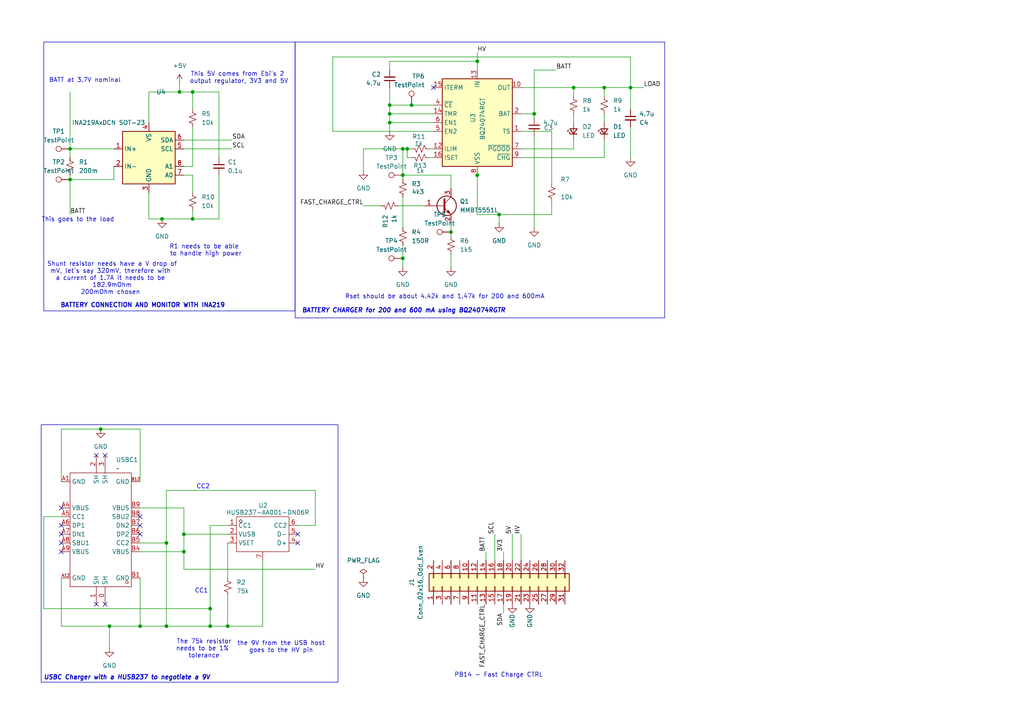
<source format=kicad_sch>
(kicad_sch
	(version 20250114)
	(generator "eeschema")
	(generator_version "9.0")
	(uuid "cf318be2-7b62-43ba-8eb8-298997641a40")
	(paper "A4")
	(title_block
		(title "Power Board for MM")
		(date "2025-03-21")
		(rev "v0")
		(comment 1 "SMTJOS022")
		(comment 2 "BHYEBR002")
	)
	(lib_symbols
		(symbol "Battery_Management:BQ24074RGT"
			(exclude_from_sim no)
			(in_bom yes)
			(on_board yes)
			(property "Reference" "U"
				(at -8.89 13.97 0)
				(effects
					(font
						(size 1.27 1.27)
					)
					(justify right)
				)
			)
			(property "Value" "BQ24074RGT"
				(at 16.51 13.97 0)
				(effects
					(font
						(size 1.27 1.27)
					)
					(justify right)
				)
			)
			(property "Footprint" "Package_DFN_QFN:VQFN-16-1EP_3x3mm_P0.5mm_EP1.6x1.6mm"
				(at 7.62 -13.97 0)
				(effects
					(font
						(size 1.27 1.27)
					)
					(justify left)
					(hide yes)
				)
			)
			(property "Datasheet" "http://www.ti.com/lit/ds/symlink/bq24074.pdf"
				(at 7.62 5.08 0)
				(effects
					(font
						(size 1.27 1.27)
					)
					(hide yes)
				)
			)
			(property "Description" "USB-Friendly Li-Ion Battery Charger and Power-Path Management, VQFN-16"
				(at 0 0 0)
				(effects
					(font
						(size 1.27 1.27)
					)
					(hide yes)
				)
			)
			(property "ki_keywords" "USB Charger"
				(at 0 0 0)
				(effects
					(font
						(size 1.27 1.27)
					)
					(hide yes)
				)
			)
			(property "ki_fp_filters" "VQFN*1EP*3x3mm*P0.5mm*"
				(at 0 0 0)
				(effects
					(font
						(size 1.27 1.27)
					)
					(hide yes)
				)
			)
			(symbol "BQ24074RGT_0_1"
				(rectangle
					(start -10.16 12.7)
					(end 10.16 -12.7)
					(stroke
						(width 0.254)
						(type default)
					)
					(fill
						(type background)
					)
				)
			)
			(symbol "BQ24074RGT_1_1"
				(pin input line
					(at -12.7 10.16 0)
					(length 2.54)
					(name "ITERM"
						(effects
							(font
								(size 1.27 1.27)
							)
						)
					)
					(number "15"
						(effects
							(font
								(size 1.27 1.27)
							)
						)
					)
				)
				(pin input line
					(at -12.7 5.08 0)
					(length 2.54)
					(name "~{CE}"
						(effects
							(font
								(size 1.27 1.27)
							)
						)
					)
					(number "4"
						(effects
							(font
								(size 1.27 1.27)
							)
						)
					)
				)
				(pin input line
					(at -12.7 2.54 0)
					(length 2.54)
					(name "TMR"
						(effects
							(font
								(size 1.27 1.27)
							)
						)
					)
					(number "14"
						(effects
							(font
								(size 1.27 1.27)
							)
						)
					)
				)
				(pin input line
					(at -12.7 0 0)
					(length 2.54)
					(name "EN1"
						(effects
							(font
								(size 1.27 1.27)
							)
						)
					)
					(number "6"
						(effects
							(font
								(size 1.27 1.27)
							)
						)
					)
				)
				(pin input line
					(at -12.7 -2.54 0)
					(length 2.54)
					(name "EN2"
						(effects
							(font
								(size 1.27 1.27)
							)
						)
					)
					(number "5"
						(effects
							(font
								(size 1.27 1.27)
							)
						)
					)
				)
				(pin passive line
					(at -12.7 -7.62 0)
					(length 2.54)
					(name "ILIM"
						(effects
							(font
								(size 1.27 1.27)
							)
						)
					)
					(number "12"
						(effects
							(font
								(size 1.27 1.27)
							)
						)
					)
				)
				(pin passive line
					(at -12.7 -10.16 0)
					(length 2.54)
					(name "ISET"
						(effects
							(font
								(size 1.27 1.27)
							)
						)
					)
					(number "16"
						(effects
							(font
								(size 1.27 1.27)
							)
						)
					)
				)
				(pin power_in line
					(at 0 15.24 270)
					(length 2.54)
					(name "IN"
						(effects
							(font
								(size 1.27 1.27)
							)
						)
					)
					(number "13"
						(effects
							(font
								(size 1.27 1.27)
							)
						)
					)
				)
				(pin passive line
					(at 0 -15.24 90)
					(length 2.54)
					(hide yes)
					(name "VSS"
						(effects
							(font
								(size 1.27 1.27)
							)
						)
					)
					(number "17"
						(effects
							(font
								(size 1.27 1.27)
							)
						)
					)
				)
				(pin power_in line
					(at 0 -15.24 90)
					(length 2.54)
					(name "VSS"
						(effects
							(font
								(size 1.27 1.27)
							)
						)
					)
					(number "8"
						(effects
							(font
								(size 1.27 1.27)
							)
						)
					)
				)
				(pin power_out line
					(at 12.7 10.16 180)
					(length 2.54)
					(name "OUT"
						(effects
							(font
								(size 1.27 1.27)
							)
						)
					)
					(number "10"
						(effects
							(font
								(size 1.27 1.27)
							)
						)
					)
				)
				(pin passive line
					(at 12.7 10.16 180)
					(length 2.54)
					(hide yes)
					(name "OUT"
						(effects
							(font
								(size 1.27 1.27)
							)
						)
					)
					(number "11"
						(effects
							(font
								(size 1.27 1.27)
							)
						)
					)
				)
				(pin power_out line
					(at 12.7 2.54 180)
					(length 2.54)
					(name "BAT"
						(effects
							(font
								(size 1.27 1.27)
							)
						)
					)
					(number "2"
						(effects
							(font
								(size 1.27 1.27)
							)
						)
					)
				)
				(pin passive line
					(at 12.7 2.54 180)
					(length 2.54)
					(hide yes)
					(name "BAT"
						(effects
							(font
								(size 1.27 1.27)
							)
						)
					)
					(number "3"
						(effects
							(font
								(size 1.27 1.27)
							)
						)
					)
				)
				(pin passive line
					(at 12.7 -2.54 180)
					(length 2.54)
					(name "TS"
						(effects
							(font
								(size 1.27 1.27)
							)
						)
					)
					(number "1"
						(effects
							(font
								(size 1.27 1.27)
							)
						)
					)
				)
				(pin open_collector line
					(at 12.7 -7.62 180)
					(length 2.54)
					(name "~{PGOOD}"
						(effects
							(font
								(size 1.27 1.27)
							)
						)
					)
					(number "7"
						(effects
							(font
								(size 1.27 1.27)
							)
						)
					)
				)
				(pin open_collector line
					(at 12.7 -10.16 180)
					(length 2.54)
					(name "~{CHG}"
						(effects
							(font
								(size 1.27 1.27)
							)
						)
					)
					(number "9"
						(effects
							(font
								(size 1.27 1.27)
							)
						)
					)
				)
			)
			(embedded_fonts no)
		)
		(symbol "Connector:TestPoint"
			(pin_numbers
				(hide yes)
			)
			(pin_names
				(offset 0.762)
				(hide yes)
			)
			(exclude_from_sim no)
			(in_bom yes)
			(on_board yes)
			(property "Reference" "TP"
				(at 0 6.858 0)
				(effects
					(font
						(size 1.27 1.27)
					)
				)
			)
			(property "Value" "TestPoint"
				(at 0 5.08 0)
				(effects
					(font
						(size 1.27 1.27)
					)
				)
			)
			(property "Footprint" ""
				(at 5.08 0 0)
				(effects
					(font
						(size 1.27 1.27)
					)
					(hide yes)
				)
			)
			(property "Datasheet" "~"
				(at 5.08 0 0)
				(effects
					(font
						(size 1.27 1.27)
					)
					(hide yes)
				)
			)
			(property "Description" "test point"
				(at 0 0 0)
				(effects
					(font
						(size 1.27 1.27)
					)
					(hide yes)
				)
			)
			(property "ki_keywords" "test point tp"
				(at 0 0 0)
				(effects
					(font
						(size 1.27 1.27)
					)
					(hide yes)
				)
			)
			(property "ki_fp_filters" "Pin* Test*"
				(at 0 0 0)
				(effects
					(font
						(size 1.27 1.27)
					)
					(hide yes)
				)
			)
			(symbol "TestPoint_0_1"
				(circle
					(center 0 3.302)
					(radius 0.762)
					(stroke
						(width 0)
						(type default)
					)
					(fill
						(type none)
					)
				)
			)
			(symbol "TestPoint_1_1"
				(pin passive line
					(at 0 0 90)
					(length 2.54)
					(name "1"
						(effects
							(font
								(size 1.27 1.27)
							)
						)
					)
					(number "1"
						(effects
							(font
								(size 1.27 1.27)
							)
						)
					)
				)
			)
			(embedded_fonts no)
		)
		(symbol "Connector_Generic:Conn_02x16_Odd_Even"
			(pin_names
				(offset 1.016)
				(hide yes)
			)
			(exclude_from_sim no)
			(in_bom yes)
			(on_board yes)
			(property "Reference" "J"
				(at 1.27 20.32 0)
				(effects
					(font
						(size 1.27 1.27)
					)
				)
			)
			(property "Value" "Conn_02x16_Odd_Even"
				(at 1.27 -22.86 0)
				(effects
					(font
						(size 1.27 1.27)
					)
				)
			)
			(property "Footprint" ""
				(at 0 0 0)
				(effects
					(font
						(size 1.27 1.27)
					)
					(hide yes)
				)
			)
			(property "Datasheet" "~"
				(at 0 0 0)
				(effects
					(font
						(size 1.27 1.27)
					)
					(hide yes)
				)
			)
			(property "Description" "Generic connector, double row, 02x16, odd/even pin numbering scheme (row 1 odd numbers, row 2 even numbers), script generated (kicad-library-utils/schlib/autogen/connector/)"
				(at 0 0 0)
				(effects
					(font
						(size 1.27 1.27)
					)
					(hide yes)
				)
			)
			(property "ki_keywords" "connector"
				(at 0 0 0)
				(effects
					(font
						(size 1.27 1.27)
					)
					(hide yes)
				)
			)
			(property "ki_fp_filters" "Connector*:*_2x??_*"
				(at 0 0 0)
				(effects
					(font
						(size 1.27 1.27)
					)
					(hide yes)
				)
			)
			(symbol "Conn_02x16_Odd_Even_1_1"
				(rectangle
					(start -1.27 19.05)
					(end 3.81 -21.59)
					(stroke
						(width 0.254)
						(type default)
					)
					(fill
						(type background)
					)
				)
				(rectangle
					(start -1.27 17.907)
					(end 0 17.653)
					(stroke
						(width 0.1524)
						(type default)
					)
					(fill
						(type none)
					)
				)
				(rectangle
					(start -1.27 15.367)
					(end 0 15.113)
					(stroke
						(width 0.1524)
						(type default)
					)
					(fill
						(type none)
					)
				)
				(rectangle
					(start -1.27 12.827)
					(end 0 12.573)
					(stroke
						(width 0.1524)
						(type default)
					)
					(fill
						(type none)
					)
				)
				(rectangle
					(start -1.27 10.287)
					(end 0 10.033)
					(stroke
						(width 0.1524)
						(type default)
					)
					(fill
						(type none)
					)
				)
				(rectangle
					(start -1.27 7.747)
					(end 0 7.493)
					(stroke
						(width 0.1524)
						(type default)
					)
					(fill
						(type none)
					)
				)
				(rectangle
					(start -1.27 5.207)
					(end 0 4.953)
					(stroke
						(width 0.1524)
						(type default)
					)
					(fill
						(type none)
					)
				)
				(rectangle
					(start -1.27 2.667)
					(end 0 2.413)
					(stroke
						(width 0.1524)
						(type default)
					)
					(fill
						(type none)
					)
				)
				(rectangle
					(start -1.27 0.127)
					(end 0 -0.127)
					(stroke
						(width 0.1524)
						(type default)
					)
					(fill
						(type none)
					)
				)
				(rectangle
					(start -1.27 -2.413)
					(end 0 -2.667)
					(stroke
						(width 0.1524)
						(type default)
					)
					(fill
						(type none)
					)
				)
				(rectangle
					(start -1.27 -4.953)
					(end 0 -5.207)
					(stroke
						(width 0.1524)
						(type default)
					)
					(fill
						(type none)
					)
				)
				(rectangle
					(start -1.27 -7.493)
					(end 0 -7.747)
					(stroke
						(width 0.1524)
						(type default)
					)
					(fill
						(type none)
					)
				)
				(rectangle
					(start -1.27 -10.033)
					(end 0 -10.287)
					(stroke
						(width 0.1524)
						(type default)
					)
					(fill
						(type none)
					)
				)
				(rectangle
					(start -1.27 -12.573)
					(end 0 -12.827)
					(stroke
						(width 0.1524)
						(type default)
					)
					(fill
						(type none)
					)
				)
				(rectangle
					(start -1.27 -15.113)
					(end 0 -15.367)
					(stroke
						(width 0.1524)
						(type default)
					)
					(fill
						(type none)
					)
				)
				(rectangle
					(start -1.27 -17.653)
					(end 0 -17.907)
					(stroke
						(width 0.1524)
						(type default)
					)
					(fill
						(type none)
					)
				)
				(rectangle
					(start -1.27 -20.193)
					(end 0 -20.447)
					(stroke
						(width 0.1524)
						(type default)
					)
					(fill
						(type none)
					)
				)
				(rectangle
					(start 3.81 17.907)
					(end 2.54 17.653)
					(stroke
						(width 0.1524)
						(type default)
					)
					(fill
						(type none)
					)
				)
				(rectangle
					(start 3.81 15.367)
					(end 2.54 15.113)
					(stroke
						(width 0.1524)
						(type default)
					)
					(fill
						(type none)
					)
				)
				(rectangle
					(start 3.81 12.827)
					(end 2.54 12.573)
					(stroke
						(width 0.1524)
						(type default)
					)
					(fill
						(type none)
					)
				)
				(rectangle
					(start 3.81 10.287)
					(end 2.54 10.033)
					(stroke
						(width 0.1524)
						(type default)
					)
					(fill
						(type none)
					)
				)
				(rectangle
					(start 3.81 7.747)
					(end 2.54 7.493)
					(stroke
						(width 0.1524)
						(type default)
					)
					(fill
						(type none)
					)
				)
				(rectangle
					(start 3.81 5.207)
					(end 2.54 4.953)
					(stroke
						(width 0.1524)
						(type default)
					)
					(fill
						(type none)
					)
				)
				(rectangle
					(start 3.81 2.667)
					(end 2.54 2.413)
					(stroke
						(width 0.1524)
						(type default)
					)
					(fill
						(type none)
					)
				)
				(rectangle
					(start 3.81 0.127)
					(end 2.54 -0.127)
					(stroke
						(width 0.1524)
						(type default)
					)
					(fill
						(type none)
					)
				)
				(rectangle
					(start 3.81 -2.413)
					(end 2.54 -2.667)
					(stroke
						(width 0.1524)
						(type default)
					)
					(fill
						(type none)
					)
				)
				(rectangle
					(start 3.81 -4.953)
					(end 2.54 -5.207)
					(stroke
						(width 0.1524)
						(type default)
					)
					(fill
						(type none)
					)
				)
				(rectangle
					(start 3.81 -7.493)
					(end 2.54 -7.747)
					(stroke
						(width 0.1524)
						(type default)
					)
					(fill
						(type none)
					)
				)
				(rectangle
					(start 3.81 -10.033)
					(end 2.54 -10.287)
					(stroke
						(width 0.1524)
						(type default)
					)
					(fill
						(type none)
					)
				)
				(rectangle
					(start 3.81 -12.573)
					(end 2.54 -12.827)
					(stroke
						(width 0.1524)
						(type default)
					)
					(fill
						(type none)
					)
				)
				(rectangle
					(start 3.81 -15.113)
					(end 2.54 -15.367)
					(stroke
						(width 0.1524)
						(type default)
					)
					(fill
						(type none)
					)
				)
				(rectangle
					(start 3.81 -17.653)
					(end 2.54 -17.907)
					(stroke
						(width 0.1524)
						(type default)
					)
					(fill
						(type none)
					)
				)
				(rectangle
					(start 3.81 -20.193)
					(end 2.54 -20.447)
					(stroke
						(width 0.1524)
						(type default)
					)
					(fill
						(type none)
					)
				)
				(pin passive line
					(at -5.08 17.78 0)
					(length 3.81)
					(name "Pin_1"
						(effects
							(font
								(size 1.27 1.27)
							)
						)
					)
					(number "1"
						(effects
							(font
								(size 1.27 1.27)
							)
						)
					)
				)
				(pin passive line
					(at -5.08 15.24 0)
					(length 3.81)
					(name "Pin_3"
						(effects
							(font
								(size 1.27 1.27)
							)
						)
					)
					(number "3"
						(effects
							(font
								(size 1.27 1.27)
							)
						)
					)
				)
				(pin passive line
					(at -5.08 12.7 0)
					(length 3.81)
					(name "Pin_5"
						(effects
							(font
								(size 1.27 1.27)
							)
						)
					)
					(number "5"
						(effects
							(font
								(size 1.27 1.27)
							)
						)
					)
				)
				(pin passive line
					(at -5.08 10.16 0)
					(length 3.81)
					(name "Pin_7"
						(effects
							(font
								(size 1.27 1.27)
							)
						)
					)
					(number "7"
						(effects
							(font
								(size 1.27 1.27)
							)
						)
					)
				)
				(pin passive line
					(at -5.08 7.62 0)
					(length 3.81)
					(name "Pin_9"
						(effects
							(font
								(size 1.27 1.27)
							)
						)
					)
					(number "9"
						(effects
							(font
								(size 1.27 1.27)
							)
						)
					)
				)
				(pin passive line
					(at -5.08 5.08 0)
					(length 3.81)
					(name "Pin_11"
						(effects
							(font
								(size 1.27 1.27)
							)
						)
					)
					(number "11"
						(effects
							(font
								(size 1.27 1.27)
							)
						)
					)
				)
				(pin passive line
					(at -5.08 2.54 0)
					(length 3.81)
					(name "Pin_13"
						(effects
							(font
								(size 1.27 1.27)
							)
						)
					)
					(number "13"
						(effects
							(font
								(size 1.27 1.27)
							)
						)
					)
				)
				(pin passive line
					(at -5.08 0 0)
					(length 3.81)
					(name "Pin_15"
						(effects
							(font
								(size 1.27 1.27)
							)
						)
					)
					(number "15"
						(effects
							(font
								(size 1.27 1.27)
							)
						)
					)
				)
				(pin passive line
					(at -5.08 -2.54 0)
					(length 3.81)
					(name "Pin_17"
						(effects
							(font
								(size 1.27 1.27)
							)
						)
					)
					(number "17"
						(effects
							(font
								(size 1.27 1.27)
							)
						)
					)
				)
				(pin passive line
					(at -5.08 -5.08 0)
					(length 3.81)
					(name "Pin_19"
						(effects
							(font
								(size 1.27 1.27)
							)
						)
					)
					(number "19"
						(effects
							(font
								(size 1.27 1.27)
							)
						)
					)
				)
				(pin passive line
					(at -5.08 -7.62 0)
					(length 3.81)
					(name "Pin_21"
						(effects
							(font
								(size 1.27 1.27)
							)
						)
					)
					(number "21"
						(effects
							(font
								(size 1.27 1.27)
							)
						)
					)
				)
				(pin passive line
					(at -5.08 -10.16 0)
					(length 3.81)
					(name "Pin_23"
						(effects
							(font
								(size 1.27 1.27)
							)
						)
					)
					(number "23"
						(effects
							(font
								(size 1.27 1.27)
							)
						)
					)
				)
				(pin passive line
					(at -5.08 -12.7 0)
					(length 3.81)
					(name "Pin_25"
						(effects
							(font
								(size 1.27 1.27)
							)
						)
					)
					(number "25"
						(effects
							(font
								(size 1.27 1.27)
							)
						)
					)
				)
				(pin passive line
					(at -5.08 -15.24 0)
					(length 3.81)
					(name "Pin_27"
						(effects
							(font
								(size 1.27 1.27)
							)
						)
					)
					(number "27"
						(effects
							(font
								(size 1.27 1.27)
							)
						)
					)
				)
				(pin passive line
					(at -5.08 -17.78 0)
					(length 3.81)
					(name "Pin_29"
						(effects
							(font
								(size 1.27 1.27)
							)
						)
					)
					(number "29"
						(effects
							(font
								(size 1.27 1.27)
							)
						)
					)
				)
				(pin passive line
					(at -5.08 -20.32 0)
					(length 3.81)
					(name "Pin_31"
						(effects
							(font
								(size 1.27 1.27)
							)
						)
					)
					(number "31"
						(effects
							(font
								(size 1.27 1.27)
							)
						)
					)
				)
				(pin passive line
					(at 7.62 17.78 180)
					(length 3.81)
					(name "Pin_2"
						(effects
							(font
								(size 1.27 1.27)
							)
						)
					)
					(number "2"
						(effects
							(font
								(size 1.27 1.27)
							)
						)
					)
				)
				(pin passive line
					(at 7.62 15.24 180)
					(length 3.81)
					(name "Pin_4"
						(effects
							(font
								(size 1.27 1.27)
							)
						)
					)
					(number "4"
						(effects
							(font
								(size 1.27 1.27)
							)
						)
					)
				)
				(pin passive line
					(at 7.62 12.7 180)
					(length 3.81)
					(name "Pin_6"
						(effects
							(font
								(size 1.27 1.27)
							)
						)
					)
					(number "6"
						(effects
							(font
								(size 1.27 1.27)
							)
						)
					)
				)
				(pin passive line
					(at 7.62 10.16 180)
					(length 3.81)
					(name "Pin_8"
						(effects
							(font
								(size 1.27 1.27)
							)
						)
					)
					(number "8"
						(effects
							(font
								(size 1.27 1.27)
							)
						)
					)
				)
				(pin passive line
					(at 7.62 7.62 180)
					(length 3.81)
					(name "Pin_10"
						(effects
							(font
								(size 1.27 1.27)
							)
						)
					)
					(number "10"
						(effects
							(font
								(size 1.27 1.27)
							)
						)
					)
				)
				(pin passive line
					(at 7.62 5.08 180)
					(length 3.81)
					(name "Pin_12"
						(effects
							(font
								(size 1.27 1.27)
							)
						)
					)
					(number "12"
						(effects
							(font
								(size 1.27 1.27)
							)
						)
					)
				)
				(pin passive line
					(at 7.62 2.54 180)
					(length 3.81)
					(name "Pin_14"
						(effects
							(font
								(size 1.27 1.27)
							)
						)
					)
					(number "14"
						(effects
							(font
								(size 1.27 1.27)
							)
						)
					)
				)
				(pin passive line
					(at 7.62 0 180)
					(length 3.81)
					(name "Pin_16"
						(effects
							(font
								(size 1.27 1.27)
							)
						)
					)
					(number "16"
						(effects
							(font
								(size 1.27 1.27)
							)
						)
					)
				)
				(pin passive line
					(at 7.62 -2.54 180)
					(length 3.81)
					(name "Pin_18"
						(effects
							(font
								(size 1.27 1.27)
							)
						)
					)
					(number "18"
						(effects
							(font
								(size 1.27 1.27)
							)
						)
					)
				)
				(pin passive line
					(at 7.62 -5.08 180)
					(length 3.81)
					(name "Pin_20"
						(effects
							(font
								(size 1.27 1.27)
							)
						)
					)
					(number "20"
						(effects
							(font
								(size 1.27 1.27)
							)
						)
					)
				)
				(pin passive line
					(at 7.62 -7.62 180)
					(length 3.81)
					(name "Pin_22"
						(effects
							(font
								(size 1.27 1.27)
							)
						)
					)
					(number "22"
						(effects
							(font
								(size 1.27 1.27)
							)
						)
					)
				)
				(pin passive line
					(at 7.62 -10.16 180)
					(length 3.81)
					(name "Pin_24"
						(effects
							(font
								(size 1.27 1.27)
							)
						)
					)
					(number "24"
						(effects
							(font
								(size 1.27 1.27)
							)
						)
					)
				)
				(pin passive line
					(at 7.62 -12.7 180)
					(length 3.81)
					(name "Pin_26"
						(effects
							(font
								(size 1.27 1.27)
							)
						)
					)
					(number "26"
						(effects
							(font
								(size 1.27 1.27)
							)
						)
					)
				)
				(pin passive line
					(at 7.62 -15.24 180)
					(length 3.81)
					(name "Pin_28"
						(effects
							(font
								(size 1.27 1.27)
							)
						)
					)
					(number "28"
						(effects
							(font
								(size 1.27 1.27)
							)
						)
					)
				)
				(pin passive line
					(at 7.62 -17.78 180)
					(length 3.81)
					(name "Pin_30"
						(effects
							(font
								(size 1.27 1.27)
							)
						)
					)
					(number "30"
						(effects
							(font
								(size 1.27 1.27)
							)
						)
					)
				)
				(pin passive line
					(at 7.62 -20.32 180)
					(length 3.81)
					(name "Pin_32"
						(effects
							(font
								(size 1.27 1.27)
							)
						)
					)
					(number "32"
						(effects
							(font
								(size 1.27 1.27)
							)
						)
					)
				)
			)
			(embedded_fonts no)
		)
		(symbol "Device:C_Small"
			(pin_numbers
				(hide yes)
			)
			(pin_names
				(offset 0.254)
				(hide yes)
			)
			(exclude_from_sim no)
			(in_bom yes)
			(on_board yes)
			(property "Reference" "C"
				(at 0.254 1.778 0)
				(effects
					(font
						(size 1.27 1.27)
					)
					(justify left)
				)
			)
			(property "Value" "C_Small"
				(at 0.254 -2.032 0)
				(effects
					(font
						(size 1.27 1.27)
					)
					(justify left)
				)
			)
			(property "Footprint" ""
				(at 0 0 0)
				(effects
					(font
						(size 1.27 1.27)
					)
					(hide yes)
				)
			)
			(property "Datasheet" "~"
				(at 0 0 0)
				(effects
					(font
						(size 1.27 1.27)
					)
					(hide yes)
				)
			)
			(property "Description" "Unpolarized capacitor, small symbol"
				(at 0 0 0)
				(effects
					(font
						(size 1.27 1.27)
					)
					(hide yes)
				)
			)
			(property "ki_keywords" "capacitor cap"
				(at 0 0 0)
				(effects
					(font
						(size 1.27 1.27)
					)
					(hide yes)
				)
			)
			(property "ki_fp_filters" "C_*"
				(at 0 0 0)
				(effects
					(font
						(size 1.27 1.27)
					)
					(hide yes)
				)
			)
			(symbol "C_Small_0_1"
				(polyline
					(pts
						(xy -1.524 0.508) (xy 1.524 0.508)
					)
					(stroke
						(width 0.3048)
						(type default)
					)
					(fill
						(type none)
					)
				)
				(polyline
					(pts
						(xy -1.524 -0.508) (xy 1.524 -0.508)
					)
					(stroke
						(width 0.3302)
						(type default)
					)
					(fill
						(type none)
					)
				)
			)
			(symbol "C_Small_1_1"
				(pin passive line
					(at 0 2.54 270)
					(length 2.032)
					(name "~"
						(effects
							(font
								(size 1.27 1.27)
							)
						)
					)
					(number "1"
						(effects
							(font
								(size 1.27 1.27)
							)
						)
					)
				)
				(pin passive line
					(at 0 -2.54 90)
					(length 2.032)
					(name "~"
						(effects
							(font
								(size 1.27 1.27)
							)
						)
					)
					(number "2"
						(effects
							(font
								(size 1.27 1.27)
							)
						)
					)
				)
			)
			(embedded_fonts no)
		)
		(symbol "Device:LED_Small"
			(pin_numbers
				(hide yes)
			)
			(pin_names
				(offset 0.254)
				(hide yes)
			)
			(exclude_from_sim no)
			(in_bom yes)
			(on_board yes)
			(property "Reference" "D"
				(at -1.27 3.175 0)
				(effects
					(font
						(size 1.27 1.27)
					)
					(justify left)
				)
			)
			(property "Value" "LED_Small"
				(at -4.445 -2.54 0)
				(effects
					(font
						(size 1.27 1.27)
					)
					(justify left)
				)
			)
			(property "Footprint" ""
				(at 0 0 90)
				(effects
					(font
						(size 1.27 1.27)
					)
					(hide yes)
				)
			)
			(property "Datasheet" "~"
				(at 0 0 90)
				(effects
					(font
						(size 1.27 1.27)
					)
					(hide yes)
				)
			)
			(property "Description" "Light emitting diode, small symbol"
				(at 0 0 0)
				(effects
					(font
						(size 1.27 1.27)
					)
					(hide yes)
				)
			)
			(property "Sim.Pin" "1=K 2=A"
				(at 0 0 0)
				(effects
					(font
						(size 1.27 1.27)
					)
					(hide yes)
				)
			)
			(property "ki_keywords" "LED diode light-emitting-diode"
				(at 0 0 0)
				(effects
					(font
						(size 1.27 1.27)
					)
					(hide yes)
				)
			)
			(property "ki_fp_filters" "LED* LED_SMD:* LED_THT:*"
				(at 0 0 0)
				(effects
					(font
						(size 1.27 1.27)
					)
					(hide yes)
				)
			)
			(symbol "LED_Small_0_1"
				(polyline
					(pts
						(xy -0.762 -1.016) (xy -0.762 1.016)
					)
					(stroke
						(width 0.254)
						(type default)
					)
					(fill
						(type none)
					)
				)
				(polyline
					(pts
						(xy 0 0.762) (xy -0.508 1.27) (xy -0.254 1.27) (xy -0.508 1.27) (xy -0.508 1.016)
					)
					(stroke
						(width 0)
						(type default)
					)
					(fill
						(type none)
					)
				)
				(polyline
					(pts
						(xy 0.508 1.27) (xy 0 1.778) (xy 0.254 1.778) (xy 0 1.778) (xy 0 1.524)
					)
					(stroke
						(width 0)
						(type default)
					)
					(fill
						(type none)
					)
				)
				(polyline
					(pts
						(xy 0.762 -1.016) (xy -0.762 0) (xy 0.762 1.016) (xy 0.762 -1.016)
					)
					(stroke
						(width 0.254)
						(type default)
					)
					(fill
						(type none)
					)
				)
				(polyline
					(pts
						(xy 1.016 0) (xy -0.762 0)
					)
					(stroke
						(width 0)
						(type default)
					)
					(fill
						(type none)
					)
				)
			)
			(symbol "LED_Small_1_1"
				(pin passive line
					(at -2.54 0 0)
					(length 1.778)
					(name "K"
						(effects
							(font
								(size 1.27 1.27)
							)
						)
					)
					(number "1"
						(effects
							(font
								(size 1.27 1.27)
							)
						)
					)
				)
				(pin passive line
					(at 2.54 0 180)
					(length 1.778)
					(name "A"
						(effects
							(font
								(size 1.27 1.27)
							)
						)
					)
					(number "2"
						(effects
							(font
								(size 1.27 1.27)
							)
						)
					)
				)
			)
			(embedded_fonts no)
		)
		(symbol "Device:R_Small_US"
			(pin_numbers
				(hide yes)
			)
			(pin_names
				(offset 0.254)
				(hide yes)
			)
			(exclude_from_sim no)
			(in_bom yes)
			(on_board yes)
			(property "Reference" "R"
				(at 0.762 0.508 0)
				(effects
					(font
						(size 1.27 1.27)
					)
					(justify left)
				)
			)
			(property "Value" "R_Small_US"
				(at 0.762 -1.016 0)
				(effects
					(font
						(size 1.27 1.27)
					)
					(justify left)
				)
			)
			(property "Footprint" ""
				(at 0 0 0)
				(effects
					(font
						(size 1.27 1.27)
					)
					(hide yes)
				)
			)
			(property "Datasheet" "~"
				(at 0 0 0)
				(effects
					(font
						(size 1.27 1.27)
					)
					(hide yes)
				)
			)
			(property "Description" "Resistor, small US symbol"
				(at 0 0 0)
				(effects
					(font
						(size 1.27 1.27)
					)
					(hide yes)
				)
			)
			(property "ki_keywords" "r resistor"
				(at 0 0 0)
				(effects
					(font
						(size 1.27 1.27)
					)
					(hide yes)
				)
			)
			(property "ki_fp_filters" "R_*"
				(at 0 0 0)
				(effects
					(font
						(size 1.27 1.27)
					)
					(hide yes)
				)
			)
			(symbol "R_Small_US_1_1"
				(polyline
					(pts
						(xy 0 1.524) (xy 1.016 1.143) (xy 0 0.762) (xy -1.016 0.381) (xy 0 0)
					)
					(stroke
						(width 0)
						(type default)
					)
					(fill
						(type none)
					)
				)
				(polyline
					(pts
						(xy 0 0) (xy 1.016 -0.381) (xy 0 -0.762) (xy -1.016 -1.143) (xy 0 -1.524)
					)
					(stroke
						(width 0)
						(type default)
					)
					(fill
						(type none)
					)
				)
				(pin passive line
					(at 0 2.54 270)
					(length 1.016)
					(name "~"
						(effects
							(font
								(size 1.27 1.27)
							)
						)
					)
					(number "1"
						(effects
							(font
								(size 1.27 1.27)
							)
						)
					)
				)
				(pin passive line
					(at 0 -2.54 90)
					(length 1.016)
					(name "~"
						(effects
							(font
								(size 1.27 1.27)
							)
						)
					)
					(number "2"
						(effects
							(font
								(size 1.27 1.27)
							)
						)
					)
				)
			)
			(embedded_fonts no)
		)
		(symbol "GND_1"
			(power)
			(pin_numbers
				(hide yes)
			)
			(pin_names
				(offset 0)
				(hide yes)
			)
			(exclude_from_sim no)
			(in_bom yes)
			(on_board yes)
			(property "Reference" "#PWR"
				(at 0 -6.35 0)
				(effects
					(font
						(size 1.27 1.27)
					)
					(hide yes)
				)
			)
			(property "Value" "GND"
				(at 0 -3.81 0)
				(effects
					(font
						(size 1.27 1.27)
					)
				)
			)
			(property "Footprint" ""
				(at 0 0 0)
				(effects
					(font
						(size 1.27 1.27)
					)
					(hide yes)
				)
			)
			(property "Datasheet" ""
				(at 0 0 0)
				(effects
					(font
						(size 1.27 1.27)
					)
					(hide yes)
				)
			)
			(property "Description" "Power symbol creates a global label with name \"GND\" , ground"
				(at 0 0 0)
				(effects
					(font
						(size 1.27 1.27)
					)
					(hide yes)
				)
			)
			(property "ki_keywords" "global power"
				(at 0 0 0)
				(effects
					(font
						(size 1.27 1.27)
					)
					(hide yes)
				)
			)
			(symbol "GND_1_0_1"
				(polyline
					(pts
						(xy 0 0) (xy 0 -1.27) (xy 1.27 -1.27) (xy 0 -2.54) (xy -1.27 -1.27) (xy 0 -1.27)
					)
					(stroke
						(width 0)
						(type default)
					)
					(fill
						(type none)
					)
				)
			)
			(symbol "GND_1_1_1"
				(pin power_in line
					(at 0 0 270)
					(length 0)
					(name "~"
						(effects
							(font
								(size 1.27 1.27)
							)
						)
					)
					(number "1"
						(effects
							(font
								(size 1.27 1.27)
							)
						)
					)
				)
			)
			(embedded_fonts no)
		)
		(symbol "GND_2"
			(power)
			(pin_numbers
				(hide yes)
			)
			(pin_names
				(offset 0)
				(hide yes)
			)
			(exclude_from_sim no)
			(in_bom yes)
			(on_board yes)
			(property "Reference" "#PWR"
				(at 0 -6.35 0)
				(effects
					(font
						(size 1.27 1.27)
					)
					(hide yes)
				)
			)
			(property "Value" "GND"
				(at 0 -3.81 0)
				(effects
					(font
						(size 1.27 1.27)
					)
				)
			)
			(property "Footprint" ""
				(at 0 0 0)
				(effects
					(font
						(size 1.27 1.27)
					)
					(hide yes)
				)
			)
			(property "Datasheet" ""
				(at 0 0 0)
				(effects
					(font
						(size 1.27 1.27)
					)
					(hide yes)
				)
			)
			(property "Description" "Power symbol creates a global label with name \"GND\" , ground"
				(at 0 0 0)
				(effects
					(font
						(size 1.27 1.27)
					)
					(hide yes)
				)
			)
			(property "ki_keywords" "global power"
				(at 0 0 0)
				(effects
					(font
						(size 1.27 1.27)
					)
					(hide yes)
				)
			)
			(symbol "GND_2_0_1"
				(polyline
					(pts
						(xy 0 0) (xy 0 -1.27) (xy 1.27 -1.27) (xy 0 -2.54) (xy -1.27 -1.27) (xy 0 -1.27)
					)
					(stroke
						(width 0)
						(type default)
					)
					(fill
						(type none)
					)
				)
			)
			(symbol "GND_2_1_1"
				(pin power_in line
					(at 0 0 270)
					(length 0)
					(name "~"
						(effects
							(font
								(size 1.27 1.27)
							)
						)
					)
					(number "1"
						(effects
							(font
								(size 1.27 1.27)
							)
						)
					)
				)
			)
			(embedded_fonts no)
		)
		(symbol "GND_3"
			(power)
			(pin_numbers
				(hide yes)
			)
			(pin_names
				(offset 0)
				(hide yes)
			)
			(exclude_from_sim no)
			(in_bom yes)
			(on_board yes)
			(property "Reference" "#PWR"
				(at 0 -6.35 0)
				(effects
					(font
						(size 1.27 1.27)
					)
					(hide yes)
				)
			)
			(property "Value" "GND"
				(at 0 -3.81 0)
				(effects
					(font
						(size 1.27 1.27)
					)
				)
			)
			(property "Footprint" ""
				(at 0 0 0)
				(effects
					(font
						(size 1.27 1.27)
					)
					(hide yes)
				)
			)
			(property "Datasheet" ""
				(at 0 0 0)
				(effects
					(font
						(size 1.27 1.27)
					)
					(hide yes)
				)
			)
			(property "Description" "Power symbol creates a global label with name \"GND\" , ground"
				(at 0 0 0)
				(effects
					(font
						(size 1.27 1.27)
					)
					(hide yes)
				)
			)
			(property "ki_keywords" "global power"
				(at 0 0 0)
				(effects
					(font
						(size 1.27 1.27)
					)
					(hide yes)
				)
			)
			(symbol "GND_3_0_1"
				(polyline
					(pts
						(xy 0 0) (xy 0 -1.27) (xy 1.27 -1.27) (xy 0 -2.54) (xy -1.27 -1.27) (xy 0 -1.27)
					)
					(stroke
						(width 0)
						(type default)
					)
					(fill
						(type none)
					)
				)
			)
			(symbol "GND_3_1_1"
				(pin power_in line
					(at 0 0 270)
					(length 0)
					(name "~"
						(effects
							(font
								(size 1.27 1.27)
							)
						)
					)
					(number "1"
						(effects
							(font
								(size 1.27 1.27)
							)
						)
					)
				)
			)
			(embedded_fonts no)
		)
		(symbol "GND_4"
			(power)
			(pin_numbers
				(hide yes)
			)
			(pin_names
				(offset 0)
				(hide yes)
			)
			(exclude_from_sim no)
			(in_bom yes)
			(on_board yes)
			(property "Reference" "#PWR"
				(at 0 -6.35 0)
				(effects
					(font
						(size 1.27 1.27)
					)
					(hide yes)
				)
			)
			(property "Value" "GND"
				(at 0 -3.81 0)
				(effects
					(font
						(size 1.27 1.27)
					)
				)
			)
			(property "Footprint" ""
				(at 0 0 0)
				(effects
					(font
						(size 1.27 1.27)
					)
					(hide yes)
				)
			)
			(property "Datasheet" ""
				(at 0 0 0)
				(effects
					(font
						(size 1.27 1.27)
					)
					(hide yes)
				)
			)
			(property "Description" "Power symbol creates a global label with name \"GND\" , ground"
				(at 0 0 0)
				(effects
					(font
						(size 1.27 1.27)
					)
					(hide yes)
				)
			)
			(property "ki_keywords" "global power"
				(at 0 0 0)
				(effects
					(font
						(size 1.27 1.27)
					)
					(hide yes)
				)
			)
			(symbol "GND_4_0_1"
				(polyline
					(pts
						(xy 0 0) (xy 0 -1.27) (xy 1.27 -1.27) (xy 0 -2.54) (xy -1.27 -1.27) (xy 0 -1.27)
					)
					(stroke
						(width 0)
						(type default)
					)
					(fill
						(type none)
					)
				)
			)
			(symbol "GND_4_1_1"
				(pin power_in line
					(at 0 0 270)
					(length 0)
					(name "~"
						(effects
							(font
								(size 1.27 1.27)
							)
						)
					)
					(number "1"
						(effects
							(font
								(size 1.27 1.27)
							)
						)
					)
				)
			)
			(embedded_fonts no)
		)
		(symbol "GND_5"
			(power)
			(pin_numbers
				(hide yes)
			)
			(pin_names
				(offset 0)
				(hide yes)
			)
			(exclude_from_sim no)
			(in_bom yes)
			(on_board yes)
			(property "Reference" "#PWR"
				(at 0 -6.35 0)
				(effects
					(font
						(size 1.27 1.27)
					)
					(hide yes)
				)
			)
			(property "Value" "GND"
				(at 0 -3.81 0)
				(effects
					(font
						(size 1.27 1.27)
					)
				)
			)
			(property "Footprint" ""
				(at 0 0 0)
				(effects
					(font
						(size 1.27 1.27)
					)
					(hide yes)
				)
			)
			(property "Datasheet" ""
				(at 0 0 0)
				(effects
					(font
						(size 1.27 1.27)
					)
					(hide yes)
				)
			)
			(property "Description" "Power symbol creates a global label with name \"GND\" , ground"
				(at 0 0 0)
				(effects
					(font
						(size 1.27 1.27)
					)
					(hide yes)
				)
			)
			(property "ki_keywords" "global power"
				(at 0 0 0)
				(effects
					(font
						(size 1.27 1.27)
					)
					(hide yes)
				)
			)
			(symbol "GND_5_0_1"
				(polyline
					(pts
						(xy 0 0) (xy 0 -1.27) (xy 1.27 -1.27) (xy 0 -2.54) (xy -1.27 -1.27) (xy 0 -1.27)
					)
					(stroke
						(width 0)
						(type default)
					)
					(fill
						(type none)
					)
				)
			)
			(symbol "GND_5_1_1"
				(pin power_in line
					(at 0 0 270)
					(length 0)
					(name "~"
						(effects
							(font
								(size 1.27 1.27)
							)
						)
					)
					(number "1"
						(effects
							(font
								(size 1.27 1.27)
							)
						)
					)
				)
			)
			(embedded_fonts no)
		)
		(symbol "Sensor_Energy:INA219AxDCN"
			(exclude_from_sim no)
			(in_bom yes)
			(on_board yes)
			(property "Reference" "U"
				(at -6.35 8.89 0)
				(effects
					(font
						(size 1.27 1.27)
					)
				)
			)
			(property "Value" "INA219AxDCN"
				(at 6.35 8.89 0)
				(effects
					(font
						(size 1.27 1.27)
					)
				)
			)
			(property "Footprint" "Package_TO_SOT_SMD:SOT-23-8"
				(at 16.51 -8.89 0)
				(effects
					(font
						(size 1.27 1.27)
					)
					(hide yes)
				)
			)
			(property "Datasheet" "http://www.ti.com/lit/ds/symlink/ina219.pdf"
				(at 8.89 -2.54 0)
				(effects
					(font
						(size 1.27 1.27)
					)
					(hide yes)
				)
			)
			(property "Description" "Zero-Drift, Bidirectional Current/Power Monitor (0-26V) With I2C Interface, SOT-23-8"
				(at 0 0 0)
				(effects
					(font
						(size 1.27 1.27)
					)
					(hide yes)
				)
			)
			(property "ki_keywords" "ADC I2C 16-Bit Oversampling Current Shunt"
				(at 0 0 0)
				(effects
					(font
						(size 1.27 1.27)
					)
					(hide yes)
				)
			)
			(property "ki_fp_filters" "SOT?23*"
				(at 0 0 0)
				(effects
					(font
						(size 1.27 1.27)
					)
					(hide yes)
				)
			)
			(symbol "INA219AxDCN_0_1"
				(rectangle
					(start -7.62 7.62)
					(end 7.62 -7.62)
					(stroke
						(width 0.254)
						(type default)
					)
					(fill
						(type background)
					)
				)
			)
			(symbol "INA219AxDCN_1_1"
				(pin input line
					(at -10.16 2.54 0)
					(length 2.54)
					(name "IN+"
						(effects
							(font
								(size 1.27 1.27)
							)
						)
					)
					(number "1"
						(effects
							(font
								(size 1.27 1.27)
							)
						)
					)
				)
				(pin input line
					(at -10.16 -2.54 0)
					(length 2.54)
					(name "IN-"
						(effects
							(font
								(size 1.27 1.27)
							)
						)
					)
					(number "2"
						(effects
							(font
								(size 1.27 1.27)
							)
						)
					)
				)
				(pin power_in line
					(at 0 10.16 270)
					(length 2.54)
					(name "VS"
						(effects
							(font
								(size 1.27 1.27)
							)
						)
					)
					(number "4"
						(effects
							(font
								(size 1.27 1.27)
							)
						)
					)
				)
				(pin power_in line
					(at 0 -10.16 90)
					(length 2.54)
					(name "GND"
						(effects
							(font
								(size 1.27 1.27)
							)
						)
					)
					(number "3"
						(effects
							(font
								(size 1.27 1.27)
							)
						)
					)
				)
				(pin bidirectional line
					(at 10.16 5.08 180)
					(length 2.54)
					(name "SDA"
						(effects
							(font
								(size 1.27 1.27)
							)
						)
					)
					(number "6"
						(effects
							(font
								(size 1.27 1.27)
							)
						)
					)
				)
				(pin input line
					(at 10.16 2.54 180)
					(length 2.54)
					(name "SCL"
						(effects
							(font
								(size 1.27 1.27)
							)
						)
					)
					(number "5"
						(effects
							(font
								(size 1.27 1.27)
							)
						)
					)
				)
				(pin input line
					(at 10.16 -2.54 180)
					(length 2.54)
					(name "A1"
						(effects
							(font
								(size 1.27 1.27)
							)
						)
					)
					(number "8"
						(effects
							(font
								(size 1.27 1.27)
							)
						)
					)
				)
				(pin input line
					(at 10.16 -5.08 180)
					(length 2.54)
					(name "A0"
						(effects
							(font
								(size 1.27 1.27)
							)
						)
					)
					(number "7"
						(effects
							(font
								(size 1.27 1.27)
							)
						)
					)
				)
			)
			(embedded_fonts no)
		)
		(symbol "TYPE-C-31-M-12 Schematic:TYPE-C-31-M-12"
			(exclude_from_sim no)
			(in_bom yes)
			(on_board yes)
			(property "Reference" "USBC"
				(at 0 0 0)
				(effects
					(font
						(size 1.27 1.27)
					)
				)
			)
			(property "Value" ""
				(at 0 0 0)
				(effects
					(font
						(size 1.27 1.27)
					)
				)
			)
			(property "Footprint" "TYPE-C-31-M-12 Schematic:USB-C_SMD-TYPE-C-31-M-12"
				(at 0 0 0)
				(effects
					(font
						(size 1.27 1.27)
					)
					(hide yes)
				)
			)
			(property "Datasheet" "https://atta.szlcsc.com/upload/public/pdf/source/20220525/466408E853115E789EDB0DDC29077C05.pdf"
				(at 0 0 0)
				(effects
					(font
						(size 1.27 1.27)
					)
					(hide yes)
				)
			)
			(property "Description" "Connector Type:Type-C Standard:- Gender:Female Mounting Style:- Number of Contacts:16P Number of Ports:1 Current Rating - Power (Max):5A Operating Temperature Range:- Operating Temperature Range:-"
				(at 0 0 0)
				(effects
					(font
						(size 1.27 1.27)
					)
					(hide yes)
				)
			)
			(property "Manufacturer Part" "TYPE-C-31-M-12"
				(at 0 0 0)
				(effects
					(font
						(size 1.27 1.27)
					)
					(hide yes)
				)
			)
			(property "Manufacturer" "韩国韩荣"
				(at 0 0 0)
				(effects
					(font
						(size 1.27 1.27)
					)
					(hide yes)
				)
			)
			(property "Supplier Part" "C165948"
				(at 0 0 0)
				(effects
					(font
						(size 1.27 1.27)
					)
					(hide yes)
				)
			)
			(property "Supplier" "LCSC"
				(at 0 0 0)
				(effects
					(font
						(size 1.27 1.27)
					)
					(hide yes)
				)
			)
			(property "LCSC Part Name" "Type-C 母"
				(at 0 0 0)
				(effects
					(font
						(size 1.27 1.27)
					)
					(hide yes)
				)
			)
			(symbol "TYPE-C-31-M-12_1_0"
				(rectangle
					(start -8.89 -16.51)
					(end 8.89 16.51)
					(stroke
						(width 0)
						(type default)
					)
					(fill
						(type none)
					)
				)
				(circle
					(center -7.62 15.24)
					(radius 0.381)
					(stroke
						(width 0)
						(type default)
					)
					(fill
						(type none)
					)
				)
				(pin unspecified line
					(at -11.43 13.97 0)
					(length 2.54)
					(name "GND"
						(effects
							(font
								(size 1.27 1.27)
							)
						)
					)
					(number "B1"
						(effects
							(font
								(size 1.27 1.27)
							)
						)
					)
				)
				(pin unspecified line
					(at -11.43 6.35 0)
					(length 2.54)
					(name "VBUS"
						(effects
							(font
								(size 1.27 1.27)
							)
						)
					)
					(number "B4"
						(effects
							(font
								(size 1.27 1.27)
							)
						)
					)
				)
				(pin unspecified line
					(at -11.43 3.81 0)
					(length 2.54)
					(name "CC2"
						(effects
							(font
								(size 1.27 1.27)
							)
						)
					)
					(number "B5"
						(effects
							(font
								(size 1.27 1.27)
							)
						)
					)
				)
				(pin unspecified line
					(at -11.43 1.27 0)
					(length 2.54)
					(name "DP2"
						(effects
							(font
								(size 1.27 1.27)
							)
						)
					)
					(number "B6"
						(effects
							(font
								(size 1.27 1.27)
							)
						)
					)
				)
				(pin unspecified line
					(at -11.43 -1.27 0)
					(length 2.54)
					(name "DN2"
						(effects
							(font
								(size 1.27 1.27)
							)
						)
					)
					(number "B7"
						(effects
							(font
								(size 1.27 1.27)
							)
						)
					)
				)
				(pin unspecified line
					(at -11.43 -3.81 0)
					(length 2.54)
					(name "SBU2"
						(effects
							(font
								(size 1.27 1.27)
							)
						)
					)
					(number "B8"
						(effects
							(font
								(size 1.27 1.27)
							)
						)
					)
				)
				(pin unspecified line
					(at -11.43 -6.35 0)
					(length 2.54)
					(name "VBUS"
						(effects
							(font
								(size 1.27 1.27)
							)
						)
					)
					(number "B9"
						(effects
							(font
								(size 1.27 1.27)
							)
						)
					)
				)
				(pin unspecified line
					(at -11.43 -13.97 0)
					(length 2.54)
					(name "GND"
						(effects
							(font
								(size 1.27 1.27)
							)
						)
					)
					(number "B12"
						(effects
							(font
								(size 0.8466 0.8466)
							)
						)
					)
				)
				(pin unspecified line
					(at -1.27 21.59 270)
					(length 5.08)
					(name "SH"
						(effects
							(font
								(size 1.27 1.27)
							)
						)
					)
					(number "0"
						(effects
							(font
								(size 1.27 1.27)
							)
						)
					)
				)
				(pin unspecified line
					(at -1.27 -21.59 90)
					(length 5.08)
					(name "SH"
						(effects
							(font
								(size 1.27 1.27)
							)
						)
					)
					(number "3"
						(effects
							(font
								(size 1.27 1.27)
							)
						)
					)
				)
				(pin unspecified line
					(at 1.27 21.59 270)
					(length 5.08)
					(name "SH"
						(effects
							(font
								(size 1.27 1.27)
							)
						)
					)
					(number "1"
						(effects
							(font
								(size 1.27 1.27)
							)
						)
					)
				)
				(pin unspecified line
					(at 1.27 -21.59 90)
					(length 5.08)
					(name "SH"
						(effects
							(font
								(size 1.27 1.27)
							)
						)
					)
					(number "2"
						(effects
							(font
								(size 1.27 1.27)
							)
						)
					)
				)
				(pin unspecified line
					(at 11.43 13.97 180)
					(length 2.54)
					(name "GND"
						(effects
							(font
								(size 1.27 1.27)
							)
						)
					)
					(number "A12"
						(effects
							(font
								(size 0.8466 0.8466)
							)
						)
					)
				)
				(pin unspecified line
					(at 11.43 6.35 180)
					(length 2.54)
					(name "VBUS"
						(effects
							(font
								(size 1.27 1.27)
							)
						)
					)
					(number "A9"
						(effects
							(font
								(size 1.27 1.27)
							)
						)
					)
				)
				(pin unspecified line
					(at 11.43 3.81 180)
					(length 2.54)
					(name "SBU1"
						(effects
							(font
								(size 1.27 1.27)
							)
						)
					)
					(number "A8"
						(effects
							(font
								(size 1.27 1.27)
							)
						)
					)
				)
				(pin unspecified line
					(at 11.43 1.27 180)
					(length 2.54)
					(name "DN1"
						(effects
							(font
								(size 1.27 1.27)
							)
						)
					)
					(number "A7"
						(effects
							(font
								(size 1.27 1.27)
							)
						)
					)
				)
				(pin unspecified line
					(at 11.43 -1.27 180)
					(length 2.54)
					(name "DP1"
						(effects
							(font
								(size 1.27 1.27)
							)
						)
					)
					(number "A6"
						(effects
							(font
								(size 1.27 1.27)
							)
						)
					)
				)
				(pin unspecified line
					(at 11.43 -3.81 180)
					(length 2.54)
					(name "CC1"
						(effects
							(font
								(size 1.27 1.27)
							)
						)
					)
					(number "A5"
						(effects
							(font
								(size 1.27 1.27)
							)
						)
					)
				)
				(pin unspecified line
					(at 11.43 -6.35 180)
					(length 2.54)
					(name "VBUS"
						(effects
							(font
								(size 1.27 1.27)
							)
						)
					)
					(number "A4"
						(effects
							(font
								(size 1.27 1.27)
							)
						)
					)
				)
				(pin unspecified line
					(at 11.43 -13.97 180)
					(length 2.54)
					(name "GND"
						(effects
							(font
								(size 1.27 1.27)
							)
						)
					)
					(number "A1"
						(effects
							(font
								(size 1.27 1.27)
							)
						)
					)
				)
			)
			(embedded_fonts no)
		)
		(symbol "Transistor_BJT:MMBT5551L"
			(pin_names
				(offset 0)
				(hide yes)
			)
			(exclude_from_sim no)
			(in_bom yes)
			(on_board yes)
			(property "Reference" "Q"
				(at 5.08 1.905 0)
				(effects
					(font
						(size 1.27 1.27)
					)
					(justify left)
				)
			)
			(property "Value" "MMBT5551L"
				(at 5.08 0 0)
				(effects
					(font
						(size 1.27 1.27)
					)
					(justify left)
				)
			)
			(property "Footprint" "Package_TO_SOT_SMD:SOT-23"
				(at 5.08 -1.905 0)
				(effects
					(font
						(size 1.27 1.27)
						(italic yes)
					)
					(justify left)
					(hide yes)
				)
			)
			(property "Datasheet" "www.onsemi.com/pub/Collateral/MMBT5550LT1-D.PDF"
				(at 0 0 0)
				(effects
					(font
						(size 1.27 1.27)
					)
					(justify left)
					(hide yes)
				)
			)
			(property "Description" "0.6A Ic, 160V Vce, NPN Transistor, SOT-23"
				(at 0 0 0)
				(effects
					(font
						(size 1.27 1.27)
					)
					(hide yes)
				)
			)
			(property "ki_keywords" "NPN Transistor"
				(at 0 0 0)
				(effects
					(font
						(size 1.27 1.27)
					)
					(hide yes)
				)
			)
			(property "ki_fp_filters" "SOT?23*"
				(at 0 0 0)
				(effects
					(font
						(size 1.27 1.27)
					)
					(hide yes)
				)
			)
			(symbol "MMBT5551L_0_1"
				(polyline
					(pts
						(xy -2.54 0) (xy 0.635 0)
					)
					(stroke
						(width 0)
						(type default)
					)
					(fill
						(type none)
					)
				)
				(polyline
					(pts
						(xy 0.635 1.905) (xy 0.635 -1.905)
					)
					(stroke
						(width 0.508)
						(type default)
					)
					(fill
						(type none)
					)
				)
				(circle
					(center 1.27 0)
					(radius 2.8194)
					(stroke
						(width 0.254)
						(type default)
					)
					(fill
						(type none)
					)
				)
			)
			(symbol "MMBT5551L_1_1"
				(polyline
					(pts
						(xy 0.635 0.635) (xy 2.54 2.54)
					)
					(stroke
						(width 0)
						(type default)
					)
					(fill
						(type none)
					)
				)
				(polyline
					(pts
						(xy 0.635 -0.635) (xy 2.54 -2.54)
					)
					(stroke
						(width 0)
						(type default)
					)
					(fill
						(type none)
					)
				)
				(polyline
					(pts
						(xy 1.27 -1.778) (xy 1.778 -1.27) (xy 2.286 -2.286) (xy 1.27 -1.778)
					)
					(stroke
						(width 0)
						(type default)
					)
					(fill
						(type outline)
					)
				)
				(pin input line
					(at -5.08 0 0)
					(length 2.54)
					(name "B"
						(effects
							(font
								(size 1.27 1.27)
							)
						)
					)
					(number "1"
						(effects
							(font
								(size 1.27 1.27)
							)
						)
					)
				)
				(pin passive line
					(at 2.54 5.08 270)
					(length 2.54)
					(name "C"
						(effects
							(font
								(size 1.27 1.27)
							)
						)
					)
					(number "3"
						(effects
							(font
								(size 1.27 1.27)
							)
						)
					)
				)
				(pin passive line
					(at 2.54 -5.08 90)
					(length 2.54)
					(name "E"
						(effects
							(font
								(size 1.27 1.27)
							)
						)
					)
					(number "2"
						(effects
							(font
								(size 1.27 1.27)
							)
						)
					)
				)
			)
			(embedded_fonts no)
		)
		(symbol "penis-altium-import:root_0_HUSB237-AA001-DN06R_"
			(exclude_from_sim no)
			(in_bom yes)
			(on_board yes)
			(property "Reference" ""
				(at 0 0 0)
				(effects
					(font
						(size 1.27 1.27)
					)
				)
			)
			(property "Value" ""
				(at 0 0 0)
				(effects
					(font
						(size 1.27 1.27)
					)
				)
			)
			(property "Footprint" ""
				(at 0 0 0)
				(effects
					(font
						(size 1.27 1.27)
					)
					(hide yes)
				)
			)
			(property "Datasheet" ""
				(at 0 0 0)
				(effects
					(font
						(size 1.27 1.27)
					)
					(hide yes)
				)
			)
			(property "Description" ""
				(at 0 0 0)
				(effects
					(font
						(size 1.27 1.27)
					)
					(hide yes)
				)
			)
			(property "ki_fp_filters" "*TDFN-6_L2.0-W2.0-P0.65-TL-EP*"
				(at 0 0 0)
				(effects
					(font
						(size 1.27 1.27)
					)
					(hide yes)
				)
			)
			(symbol "root_0_HUSB237-AA001-DN06R__1_0"
				(rectangle
					(start -7.62 5.08)
					(end 7.62 -5.08)
					(stroke
						(width 0)
						(type solid)
						(color 160 0 0 1)
					)
					(fill
						(type none)
					)
				)
				(circle
					(center -6.35 3.81)
					(radius 0.381)
					(stroke
						(width 0)
						(type solid)
						(color 0 0 0 1)
					)
					(fill
						(type none)
					)
				)
				(pin passive line
					(at -10.16 2.54 0)
					(length 2.54)
					(name "CC1"
						(effects
							(font
								(size 1.27 1.27)
							)
						)
					)
					(number "1"
						(effects
							(font
								(size 1.27 1.27)
							)
						)
					)
				)
				(pin passive line
					(at -10.16 0 0)
					(length 2.54)
					(name "VUSB"
						(effects
							(font
								(size 1.27 1.27)
							)
						)
					)
					(number "2"
						(effects
							(font
								(size 1.27 1.27)
							)
						)
					)
				)
				(pin passive line
					(at -10.16 -2.54 0)
					(length 2.54)
					(name "VSET"
						(effects
							(font
								(size 1.27 1.27)
							)
						)
					)
					(number "3"
						(effects
							(font
								(size 1.27 1.27)
							)
						)
					)
				)
				(pin passive line
					(at 0 -7.62 90)
					(length 2.54)
					(name "GND"
						(effects
							(font
								(size 0 0)
							)
						)
					)
					(number "7"
						(effects
							(font
								(size 1.27 1.27)
							)
						)
					)
				)
				(pin passive line
					(at 10.16 2.54 180)
					(length 2.54)
					(name "CC2"
						(effects
							(font
								(size 1.27 1.27)
							)
						)
					)
					(number "6"
						(effects
							(font
								(size 1.27 1.27)
							)
						)
					)
				)
				(pin passive line
					(at 10.16 0 180)
					(length 2.54)
					(name "D-"
						(effects
							(font
								(size 1.27 1.27)
							)
						)
					)
					(number "5"
						(effects
							(font
								(size 1.27 1.27)
							)
						)
					)
				)
				(pin passive line
					(at 10.16 -2.54 180)
					(length 2.54)
					(name "D+"
						(effects
							(font
								(size 1.27 1.27)
							)
						)
					)
					(number "4"
						(effects
							(font
								(size 1.27 1.27)
							)
						)
					)
				)
			)
			(embedded_fonts no)
		)
		(symbol "power:+5V"
			(power)
			(pin_numbers
				(hide yes)
			)
			(pin_names
				(offset 0)
				(hide yes)
			)
			(exclude_from_sim no)
			(in_bom yes)
			(on_board yes)
			(property "Reference" "#PWR"
				(at 0 -3.81 0)
				(effects
					(font
						(size 1.27 1.27)
					)
					(hide yes)
				)
			)
			(property "Value" "+5V"
				(at 0 3.556 0)
				(effects
					(font
						(size 1.27 1.27)
					)
				)
			)
			(property "Footprint" ""
				(at 0 0 0)
				(effects
					(font
						(size 1.27 1.27)
					)
					(hide yes)
				)
			)
			(property "Datasheet" ""
				(at 0 0 0)
				(effects
					(font
						(size 1.27 1.27)
					)
					(hide yes)
				)
			)
			(property "Description" "Power symbol creates a global label with name \"+5V\""
				(at 0 0 0)
				(effects
					(font
						(size 1.27 1.27)
					)
					(hide yes)
				)
			)
			(property "ki_keywords" "global power"
				(at 0 0 0)
				(effects
					(font
						(size 1.27 1.27)
					)
					(hide yes)
				)
			)
			(symbol "+5V_0_1"
				(polyline
					(pts
						(xy -0.762 1.27) (xy 0 2.54)
					)
					(stroke
						(width 0)
						(type default)
					)
					(fill
						(type none)
					)
				)
				(polyline
					(pts
						(xy 0 2.54) (xy 0.762 1.27)
					)
					(stroke
						(width 0)
						(type default)
					)
					(fill
						(type none)
					)
				)
				(polyline
					(pts
						(xy 0 0) (xy 0 2.54)
					)
					(stroke
						(width 0)
						(type default)
					)
					(fill
						(type none)
					)
				)
			)
			(symbol "+5V_1_1"
				(pin power_in line
					(at 0 0 90)
					(length 0)
					(name "~"
						(effects
							(font
								(size 1.27 1.27)
							)
						)
					)
					(number "1"
						(effects
							(font
								(size 1.27 1.27)
							)
						)
					)
				)
			)
			(embedded_fonts no)
		)
		(symbol "power:GND"
			(power)
			(pin_names
				(offset 0)
			)
			(exclude_from_sim no)
			(in_bom yes)
			(on_board yes)
			(property "Reference" "#PWR"
				(at 0 -6.35 0)
				(effects
					(font
						(size 1.27 1.27)
					)
					(hide yes)
				)
			)
			(property "Value" "GND"
				(at 0 -3.81 0)
				(effects
					(font
						(size 1.27 1.27)
					)
				)
			)
			(property "Footprint" ""
				(at 0 0 0)
				(effects
					(font
						(size 1.27 1.27)
					)
					(hide yes)
				)
			)
			(property "Datasheet" ""
				(at 0 0 0)
				(effects
					(font
						(size 1.27 1.27)
					)
					(hide yes)
				)
			)
			(property "Description" "Power symbol creates a global label with name \"GND\" , ground"
				(at 0 0 0)
				(effects
					(font
						(size 1.27 1.27)
					)
					(hide yes)
				)
			)
			(property "ki_keywords" "global power"
				(at 0 0 0)
				(effects
					(font
						(size 1.27 1.27)
					)
					(hide yes)
				)
			)
			(symbol "GND_0_1"
				(polyline
					(pts
						(xy 0 0) (xy 0 -1.27) (xy 1.27 -1.27) (xy 0 -2.54) (xy -1.27 -1.27) (xy 0 -1.27)
					)
					(stroke
						(width 0)
						(type default)
					)
					(fill
						(type none)
					)
				)
			)
			(symbol "GND_1_1"
				(pin power_in line
					(at 0 0 270)
					(length 0)
					(hide yes)
					(name "GND"
						(effects
							(font
								(size 1.27 1.27)
							)
						)
					)
					(number "1"
						(effects
							(font
								(size 1.27 1.27)
							)
						)
					)
				)
			)
			(embedded_fonts no)
		)
		(symbol "power:PWR_FLAG"
			(power)
			(pin_numbers
				(hide yes)
			)
			(pin_names
				(offset 0)
				(hide yes)
			)
			(exclude_from_sim no)
			(in_bom yes)
			(on_board yes)
			(property "Reference" "#FLG"
				(at 0 1.905 0)
				(effects
					(font
						(size 1.27 1.27)
					)
					(hide yes)
				)
			)
			(property "Value" "PWR_FLAG"
				(at 0 3.81 0)
				(effects
					(font
						(size 1.27 1.27)
					)
				)
			)
			(property "Footprint" ""
				(at 0 0 0)
				(effects
					(font
						(size 1.27 1.27)
					)
					(hide yes)
				)
			)
			(property "Datasheet" "~"
				(at 0 0 0)
				(effects
					(font
						(size 1.27 1.27)
					)
					(hide yes)
				)
			)
			(property "Description" "Special symbol for telling ERC where power comes from"
				(at 0 0 0)
				(effects
					(font
						(size 1.27 1.27)
					)
					(hide yes)
				)
			)
			(property "ki_keywords" "flag power"
				(at 0 0 0)
				(effects
					(font
						(size 1.27 1.27)
					)
					(hide yes)
				)
			)
			(symbol "PWR_FLAG_0_0"
				(pin power_out line
					(at 0 0 90)
					(length 0)
					(name "~"
						(effects
							(font
								(size 1.27 1.27)
							)
						)
					)
					(number "1"
						(effects
							(font
								(size 1.27 1.27)
							)
						)
					)
				)
			)
			(symbol "PWR_FLAG_0_1"
				(polyline
					(pts
						(xy 0 0) (xy 0 1.27) (xy -1.016 1.905) (xy 0 2.54) (xy 1.016 1.905) (xy 0 1.27)
					)
					(stroke
						(width 0)
						(type default)
					)
					(fill
						(type none)
					)
				)
			)
			(embedded_fonts no)
		)
	)
	(rectangle
		(start 12.7 12.192)
		(end 85.598 90.17)
		(stroke
			(width 0)
			(type default)
		)
		(fill
			(type none)
		)
		(uuid 63e52916-8a71-4eff-9087-083268bf277f)
	)
	(rectangle
		(start 11.938 123.19)
		(end 98.044 197.866)
		(stroke
			(width 0)
			(type default)
		)
		(fill
			(type none)
		)
		(uuid 761b3316-259e-4775-8eb1-370cc44dc41f)
	)
	(rectangle
		(start 85.598 12.192)
		(end 192.786 92.202)
		(stroke
			(width 0)
			(type default)
		)
		(fill
			(type none)
		)
		(uuid e32d988c-f14c-4de8-ace5-3e553fae4876)
	)
	(text "This goes to the load\n"
		(exclude_from_sim no)
		(at 22.606 63.754 0)
		(effects
			(font
				(size 1.27 1.27)
			)
		)
		(uuid "05115198-4a17-4d8b-8736-a87afab95117")
	)
	(text "USBC Charger with a HUSB237 to negotiate a 9V\n"
		(exclude_from_sim no)
		(at 36.83 196.596 0)
		(effects
			(font
				(size 1.27 1.27)
				(thickness 0.254)
				(bold yes)
				(italic yes)
			)
		)
		(uuid "0a4dd863-4b18-4e3e-b77e-005c69cf3e20")
	)
	(text "PB14 - Fast Charge CTRL\n"
		(exclude_from_sim no)
		(at 157.48 196.596 0)
		(effects
			(font
				(size 1.27 1.27)
			)
			(justify right bottom)
		)
		(uuid "10edb774-cfc0-486b-9a73-f90d91e3b75f")
	)
	(text "BATTERY CHARGER for 200 and 600 mA using BQ24074RGTR\n"
		(exclude_from_sim no)
		(at 117.094 90.17 0)
		(effects
			(font
				(size 1.27 1.27)
				(thickness 0.254)
				(bold yes)
				(italic yes)
			)
		)
		(uuid "271e144f-8bdc-4bd2-880b-657acdf6b990")
	)
	(text "R1 needs to be able \nto handle high power\n"
		(exclude_from_sim no)
		(at 59.69 72.644 0)
		(effects
			(font
				(size 1.27 1.27)
			)
		)
		(uuid "3c1a5836-8d1b-4e18-ac7f-872cb515d0a1")
	)
	(text "CC2"
		(exclude_from_sim no)
		(at 58.928 141.224 0)
		(effects
			(font
				(size 1.27 1.27)
			)
		)
		(uuid "3d0abd86-9b4c-4492-a3bd-b785053fe479")
	)
	(text "the 9V from the USB host\ngoes to the HV pin\n"
		(exclude_from_sim no)
		(at 81.534 187.706 0)
		(effects
			(font
				(size 1.27 1.27)
			)
		)
		(uuid "55d4e7d6-9928-4d33-b234-1e9c4b11883d")
	)
	(text "Shunt resistor needs have a V drop of\nmV, let's say 320mV, therefore with \na current of 1.7A it needs to be \n182.9mOhm\n200mOhm chosen \n"
		(exclude_from_sim no)
		(at 32.512 80.772 0)
		(effects
			(font
				(size 1.27 1.27)
			)
		)
		(uuid "5a6618af-3171-43c3-b111-00475f52404a")
	)
	(text "Rset should be about 4.42k and 1.47k for 200 and 600mA\n"
		(exclude_from_sim no)
		(at 129.032 86.106 0)
		(effects
			(font
				(size 1.27 1.27)
			)
		)
		(uuid "63184c35-27f1-4ef3-bda4-539aa262299b")
	)
	(text "BATTERY CONNECTION AND MONITOR WITH INA219\n"
		(exclude_from_sim no)
		(at 41.402 88.646 0)
		(effects
			(font
				(size 1.27 1.27)
				(thickness 0.254)
				(bold yes)
			)
		)
		(uuid "a3bdeb00-b77b-47c8-8761-a2106487e1d9")
	)
	(text "This 5V comes from Ebi's 2 \noutput regulator, 3V3 and 5V\n"
		(exclude_from_sim no)
		(at 69.342 22.606 0)
		(effects
			(font
				(size 1.27 1.27)
			)
		)
		(uuid "b3d69957-323f-4076-9d82-e9b005696473")
	)
	(text "The 75k resistor\nneeds to be 1% \ntolerance\n"
		(exclude_from_sim no)
		(at 59.182 188.214 0)
		(effects
			(font
				(size 1.27 1.27)
			)
		)
		(uuid "f24acd51-1432-4887-bbbd-9ecd4aa8af05")
	)
	(text "BATT at 3.7V nominal\n\n"
		(exclude_from_sim no)
		(at 24.638 24.384 0)
		(effects
			(font
				(size 1.27 1.27)
			)
		)
		(uuid "f3512425-3d58-4a3b-b3bb-aa2289016a35")
	)
	(text "CC1"
		(exclude_from_sim no)
		(at 58.42 171.45 0)
		(effects
			(font
				(size 1.27 1.27)
			)
		)
		(uuid "f504fd80-7866-4a97-900a-ae287a8907b8")
	)
	(junction
		(at 113.03 35.56)
		(diameter 0)
		(color 0 0 0 0)
		(uuid "070725a2-44f5-43d3-b51f-3df8620603b3")
	)
	(junction
		(at 130.81 67.31)
		(diameter 0)
		(color 0 0 0 0)
		(uuid "1734dba3-d351-496c-b565-ffaedb26450a")
	)
	(junction
		(at 144.78 62.23)
		(diameter 0)
		(color 0 0 0 0)
		(uuid "1d637b31-d98e-4e4b-ae26-f8edbd216ea4")
	)
	(junction
		(at 166.37 25.4)
		(diameter 0)
		(color 0 0 0 0)
		(uuid "2fc93273-44b5-485a-b0eb-bce26176b04b")
	)
	(junction
		(at 60.96 181.61)
		(diameter 0)
		(color 0 0 0 0)
		(uuid "38f34a75-285d-4d58-9087-88b51a085426")
	)
	(junction
		(at 31.75 181.61)
		(diameter 0)
		(color 0 0 0 0)
		(uuid "55db8153-7fb7-4417-b8ba-d9ad436fa1cf")
	)
	(junction
		(at 116.84 74.93)
		(diameter 0)
		(color 0 0 0 0)
		(uuid "63e9353f-395c-4cd1-b47e-e428a16728c0")
	)
	(junction
		(at 60.96 176.53)
		(diameter 0)
		(color 0 0 0 0)
		(uuid "6c6e3463-371c-424b-895d-f2734c78b44d")
	)
	(junction
		(at 116.84 50.8)
		(diameter 0)
		(color 0 0 0 0)
		(uuid "7318b87c-4e52-4639-a8c9-89f3d25dc994")
	)
	(junction
		(at 53.34 160.02)
		(diameter 0)
		(color 0 0 0 0)
		(uuid "76e88c4d-da24-4c32-a67e-84fcd83cf64c")
	)
	(junction
		(at 138.43 50.8)
		(diameter 0)
		(color 0 0 0 0)
		(uuid "89a60044-f9bc-4dda-bc95-bfc74093cfe5")
	)
	(junction
		(at 53.34 154.94)
		(diameter 0)
		(color 0 0 0 0)
		(uuid "8b6a6d80-e44c-4058-bfce-c6d5cd23dcab")
	)
	(junction
		(at 55.88 26.67)
		(diameter 0)
		(color 0 0 0 0)
		(uuid "8c38cc8f-8f34-4bf2-aeec-f21c227986c8")
	)
	(junction
		(at 182.88 25.4)
		(diameter 0)
		(color 0 0 0 0)
		(uuid "8dd47604-c6fb-4d9c-b6d9-b61bf63f55c9")
	)
	(junction
		(at 20.32 43.18)
		(diameter 0)
		(color 0 0 0 0)
		(uuid "8e913386-b12a-40fe-aa35-736a119fdad7")
	)
	(junction
		(at 113.03 30.48)
		(diameter 0)
		(color 0 0 0 0)
		(uuid "92d0b809-54bd-4485-a8a6-8f13050ef710")
	)
	(junction
		(at 113.03 33.02)
		(diameter 0)
		(color 0 0 0 0)
		(uuid "9338e148-48b5-4e58-86c9-b3f6abc93f4c")
	)
	(junction
		(at 175.26 25.4)
		(diameter 0)
		(color 0 0 0 0)
		(uuid "9b641fbe-7234-4695-8d0d-4d81838c7e5a")
	)
	(junction
		(at 55.88 63.5)
		(diameter 0)
		(color 0 0 0 0)
		(uuid "a5521872-7748-422f-a50b-b3f02bc7c59b")
	)
	(junction
		(at 52.07 26.67)
		(diameter 0)
		(color 0 0 0 0)
		(uuid "aea807a6-bc59-442c-84d8-371da0ed5ab9")
	)
	(junction
		(at 66.04 181.61)
		(diameter 0)
		(color 0 0 0 0)
		(uuid "b554ddf6-a406-4c87-bf6f-43247948bef2")
	)
	(junction
		(at 118.11 43.18)
		(diameter 0)
		(color 0 0 0 0)
		(uuid "ba697672-98fa-467c-8cf6-6e0bad5309d9")
	)
	(junction
		(at 48.26 157.48)
		(diameter 0)
		(color 0 0 0 0)
		(uuid "c3c8edec-cc9d-4aa5-8cfb-be4691dd5398")
	)
	(junction
		(at 154.94 33.02)
		(diameter 0)
		(color 0 0 0 0)
		(uuid "c42b7e03-27ce-44c7-b5cf-367b81e5767a")
	)
	(junction
		(at 48.26 181.61)
		(diameter 0)
		(color 0 0 0 0)
		(uuid "c56d5ae0-cb4d-4789-ba04-d8b6f8603287")
	)
	(junction
		(at 40.64 181.61)
		(diameter 0)
		(color 0 0 0 0)
		(uuid "cf0fc9a3-5550-4efe-9960-b161ad0bfa9e")
	)
	(junction
		(at 138.43 17.78)
		(diameter 0)
		(color 0 0 0 0)
		(uuid "d9eac722-c473-4659-9eb8-389ee39d0397")
	)
	(junction
		(at 116.84 43.18)
		(diameter 0)
		(color 0 0 0 0)
		(uuid "e1560896-41ef-41da-8f86-8079ab419ea2")
	)
	(junction
		(at 29.21 124.46)
		(diameter 0)
		(color 0 0 0 0)
		(uuid "e1dbcb8a-266f-4e1a-a11d-e15f617523fd")
	)
	(junction
		(at 119.38 30.48)
		(diameter 0)
		(color 0 0 0 0)
		(uuid "e58e3409-4eff-4925-ac25-c09d15cdffc6")
	)
	(junction
		(at 20.32 52.07)
		(diameter 0)
		(color 0 0 0 0)
		(uuid "eb0fdcc7-5596-4d76-a240-f08b66f40bbf")
	)
	(junction
		(at 46.99 63.5)
		(diameter 0)
		(color 0 0 0 0)
		(uuid "f20bc4e8-bf0a-4657-a594-b60295e89e08")
	)
	(no_connect
		(at 30.48 132.08)
		(uuid "09bf167c-b825-42ab-8114-af3e6ab851fc")
	)
	(no_connect
		(at 40.64 149.86)
		(uuid "154082a8-2d8c-435e-ac50-2f69b9f3b7f9")
	)
	(no_connect
		(at 86.36 157.48)
		(uuid "17576fa6-bd31-4d1f-9c52-fc0ee2828dcc")
	)
	(no_connect
		(at 27.94 175.26)
		(uuid "2529fd4b-1586-437a-9d32-79e2192e1943")
	)
	(no_connect
		(at 17.78 152.4)
		(uuid "2b0129c7-a26a-4469-8fd8-14e8001163d9")
	)
	(no_connect
		(at 27.94 132.08)
		(uuid "30988555-914d-4c7a-bccb-ef166254b745")
	)
	(no_connect
		(at 17.78 160.02)
		(uuid "403a30f1-a4e1-4865-b752-a1f0b316ed83")
	)
	(no_connect
		(at 17.78 157.48)
		(uuid "68480646-6255-4767-8752-d7f8b573d115")
	)
	(no_connect
		(at 17.78 154.94)
		(uuid "7f7ec49d-23f1-438b-843b-03f32116adf0")
	)
	(no_connect
		(at 86.36 154.94)
		(uuid "983c7180-e6dd-4401-88c7-e174290e9c56")
	)
	(no_connect
		(at 125.73 25.4)
		(uuid "a13bbcc2-13d8-4ae6-b71d-10152d18a7f0")
	)
	(no_connect
		(at 17.78 147.32)
		(uuid "bc46711b-b880-40eb-8778-34ec3712af77")
	)
	(no_connect
		(at 40.64 154.94)
		(uuid "d2bb7611-a267-4a6a-bfaf-7fcbab5bdb62")
	)
	(no_connect
		(at 30.48 175.26)
		(uuid "f60a41fe-e8f3-4d6c-beb7-66e2c95ad7fe")
	)
	(no_connect
		(at 40.64 152.4)
		(uuid "fcdc6027-da4a-48d5-ae0a-9dcbe195b6fc")
	)
	(wire
		(pts
			(xy 144.78 62.23) (xy 160.02 62.23)
		)
		(stroke
			(width 0)
			(type default)
		)
		(uuid "001d747c-a97b-4c42-8e9d-36d289f1fbe4")
	)
	(wire
		(pts
			(xy 146.05 160.02) (xy 146.05 162.56)
		)
		(stroke
			(width 0)
			(type default)
		)
		(uuid "0041ca50-be4e-4ba2-b53e-2d4ead8d8f30")
	)
	(wire
		(pts
			(xy 182.88 31.75) (xy 182.88 25.4)
		)
		(stroke
			(width 0)
			(type default)
		)
		(uuid "01c05577-df01-4aac-8299-e4a35eda22a9")
	)
	(wire
		(pts
			(xy 151.13 38.1) (xy 160.02 38.1)
		)
		(stroke
			(width 0)
			(type default)
		)
		(uuid "02dd3751-be1c-42f0-9f12-76f41dc1c027")
	)
	(wire
		(pts
			(xy 175.26 33.02) (xy 175.26 35.56)
		)
		(stroke
			(width 0)
			(type default)
		)
		(uuid "03d6aa98-0699-4007-9e8d-d2877b65ad23")
	)
	(wire
		(pts
			(xy 17.78 149.86) (xy 12.7 149.86)
		)
		(stroke
			(width 0)
			(type default)
		)
		(uuid "06ed6f33-2aed-4dbc-a752-93c7aa511b99")
	)
	(wire
		(pts
			(xy 53.34 50.8) (xy 55.88 50.8)
		)
		(stroke
			(width 0)
			(type default)
		)
		(uuid "0993ae33-857d-4dae-8344-f6389e9ed7f5")
	)
	(wire
		(pts
			(xy 55.88 63.5) (xy 63.5 63.5)
		)
		(stroke
			(width 0)
			(type default)
		)
		(uuid "0a831692-be2c-446f-a0ef-5598fcde813b")
	)
	(wire
		(pts
			(xy 151.13 25.4) (xy 166.37 25.4)
		)
		(stroke
			(width 0)
			(type default)
		)
		(uuid "0afbdb83-79d1-4c81-85ea-4a0cb46c4fcf")
	)
	(wire
		(pts
			(xy 166.37 25.4) (xy 166.37 27.94)
		)
		(stroke
			(width 0)
			(type default)
		)
		(uuid "0c3823cf-7492-481f-a145-2e46a4f13a2b")
	)
	(wire
		(pts
			(xy 113.03 17.78) (xy 113.03 20.32)
		)
		(stroke
			(width 0)
			(type default)
		)
		(uuid "113250c6-a338-4ddb-bcbc-d7f0c436e474")
	)
	(wire
		(pts
			(xy 143.51 154.94) (xy 143.51 162.56)
		)
		(stroke
			(width 0)
			(type default)
		)
		(uuid "12b633fb-9fe0-4cd2-84f4-215bb8c76a9f")
	)
	(wire
		(pts
			(xy 146.05 177.8) (xy 146.05 175.26)
		)
		(stroke
			(width 0)
			(type default)
		)
		(uuid "13cc4b71-c5de-41cd-919d-c38fec363999")
	)
	(wire
		(pts
			(xy 53.34 147.32) (xy 40.64 147.32)
		)
		(stroke
			(width 0)
			(type default)
		)
		(uuid "1749743f-3e3e-4041-9beb-8e214d90deed")
	)
	(wire
		(pts
			(xy 46.99 63.5) (xy 55.88 63.5)
		)
		(stroke
			(width 0)
			(type default)
		)
		(uuid "17b5fa60-645c-4046-aca4-de23ec88f170")
	)
	(wire
		(pts
			(xy 119.38 43.18) (xy 118.11 43.18)
		)
		(stroke
			(width 0)
			(type default)
		)
		(uuid "1b757c63-93cb-47a0-92b4-89f802540d3d")
	)
	(wire
		(pts
			(xy 166.37 40.64) (xy 166.37 43.18)
		)
		(stroke
			(width 0)
			(type default)
		)
		(uuid "1c4420e9-bf28-46a7-ba79-4ba3279298c6")
	)
	(wire
		(pts
			(xy 40.64 160.02) (xy 53.34 160.02)
		)
		(stroke
			(width 0)
			(type default)
		)
		(uuid "1f67a673-adeb-4fd8-ac7f-41cb0a2dfec8")
	)
	(wire
		(pts
			(xy 53.34 147.32) (xy 53.34 154.94)
		)
		(stroke
			(width 0)
			(type default)
		)
		(uuid "210eae50-1739-4866-8618-19348f077c7e")
	)
	(wire
		(pts
			(xy 53.34 48.26) (xy 55.88 48.26)
		)
		(stroke
			(width 0)
			(type default)
		)
		(uuid "2221a26d-9e1f-40b4-9b20-0b85aa36d628")
	)
	(wire
		(pts
			(xy 175.26 25.4) (xy 182.88 25.4)
		)
		(stroke
			(width 0)
			(type default)
		)
		(uuid "2399356f-d116-4c6b-be3e-7843b68cfca8")
	)
	(wire
		(pts
			(xy 113.03 33.02) (xy 125.73 33.02)
		)
		(stroke
			(width 0)
			(type default)
		)
		(uuid "2646b445-d5ab-4c40-82d4-71bea67720c2")
	)
	(wire
		(pts
			(xy 29.21 124.46) (xy 40.64 124.46)
		)
		(stroke
			(width 0)
			(type default)
		)
		(uuid "2897b453-b074-4c59-b004-117e090881a6")
	)
	(wire
		(pts
			(xy 125.73 30.48) (xy 119.38 30.48)
		)
		(stroke
			(width 0)
			(type default)
		)
		(uuid "2a05cf9e-4181-4330-a20a-0b6c654545c7")
	)
	(wire
		(pts
			(xy 182.88 25.4) (xy 186.69 25.4)
		)
		(stroke
			(width 0)
			(type default)
		)
		(uuid "2a633a87-7055-4771-8bd1-343ca976bf94")
	)
	(wire
		(pts
			(xy 60.96 152.4) (xy 66.04 152.4)
		)
		(stroke
			(width 0)
			(type default)
		)
		(uuid "2a9eb853-a59e-434a-8e8f-2950deac9c57")
	)
	(wire
		(pts
			(xy 115.57 59.69) (xy 123.19 59.69)
		)
		(stroke
			(width 0)
			(type default)
		)
		(uuid "2ad6b108-8726-48f3-9aac-8b2c1cd0bcb4")
	)
	(wire
		(pts
			(xy 53.34 154.94) (xy 53.34 160.02)
		)
		(stroke
			(width 0)
			(type default)
		)
		(uuid "2d8150cd-70ac-4216-809d-1eb000d590ab")
	)
	(wire
		(pts
			(xy 96.52 38.1) (xy 125.73 38.1)
		)
		(stroke
			(width 0)
			(type default)
		)
		(uuid "2ea55200-51d6-4ffe-94c9-6b5ee89ac96e")
	)
	(wire
		(pts
			(xy 116.84 74.93) (xy 116.84 77.47)
		)
		(stroke
			(width 0)
			(type default)
		)
		(uuid "3497c68b-6128-45ae-8c7a-1d14f345c0ba")
	)
	(wire
		(pts
			(xy 148.59 154.94) (xy 148.59 162.56)
		)
		(stroke
			(width 0)
			(type default)
		)
		(uuid "374cc1df-0f21-430c-85eb-acbf80814792")
	)
	(wire
		(pts
			(xy 138.43 48.26) (xy 138.43 50.8)
		)
		(stroke
			(width 0)
			(type default)
		)
		(uuid "38ea6f38-7e73-427a-9d46-a150998ab6e3")
	)
	(wire
		(pts
			(xy 96.52 38.1) (xy 96.52 16.51)
		)
		(stroke
			(width 0)
			(type default)
		)
		(uuid "3d16cafd-8667-44fd-8f98-88728996ff0f")
	)
	(wire
		(pts
			(xy 76.2 181.61) (xy 76.2 162.56)
		)
		(stroke
			(width 0)
			(type default)
		)
		(uuid "3e7c1019-8dff-4012-8a5e-044b09be9565")
	)
	(wire
		(pts
			(xy 138.43 62.23) (xy 144.78 62.23)
		)
		(stroke
			(width 0)
			(type default)
		)
		(uuid "3eb5642e-5ea0-461a-8ef1-f4c47e2e780c")
	)
	(wire
		(pts
			(xy 12.7 149.86) (xy 12.7 176.53)
		)
		(stroke
			(width 0)
			(type default)
		)
		(uuid "44559700-3718-4de0-8af5-6424a25c976d")
	)
	(wire
		(pts
			(xy 20.32 52.07) (xy 20.32 62.23)
		)
		(stroke
			(width 0)
			(type default)
		)
		(uuid "45165c5c-f62e-4440-a3b5-2a4b2ea0826d")
	)
	(wire
		(pts
			(xy 138.43 17.78) (xy 138.43 20.32)
		)
		(stroke
			(width 0)
			(type default)
		)
		(uuid "455fa2c9-011e-444e-9e29-0c80fdaf8c19")
	)
	(wire
		(pts
			(xy 118.11 45.72) (xy 119.38 45.72)
		)
		(stroke
			(width 0)
			(type default)
		)
		(uuid "45cfe51f-1173-408e-bfd8-a19a682c91cc")
	)
	(wire
		(pts
			(xy 154.94 20.32) (xy 154.94 33.02)
		)
		(stroke
			(width 0)
			(type default)
		)
		(uuid "463fdae4-bfd1-46a3-8992-643f146de94b")
	)
	(wire
		(pts
			(xy 96.52 16.51) (xy 182.88 16.51)
		)
		(stroke
			(width 0)
			(type default)
		)
		(uuid "4c487161-dd97-4be3-a421-e6e0c54e8753")
	)
	(wire
		(pts
			(xy 91.44 142.24) (xy 91.44 152.4)
		)
		(stroke
			(width 0)
			(type default)
		)
		(uuid "4e0b82ee-1f86-4f61-afdd-8514be974c8b")
	)
	(wire
		(pts
			(xy 124.46 45.72) (xy 125.73 45.72)
		)
		(stroke
			(width 0)
			(type default)
		)
		(uuid "559a9f1e-3302-4c22-8eee-a9414d109322")
	)
	(wire
		(pts
			(xy 52.07 26.67) (xy 55.88 26.67)
		)
		(stroke
			(width 0)
			(type default)
		)
		(uuid "58a9c374-cf4e-4b7c-85b6-f8094f8b5794")
	)
	(wire
		(pts
			(xy 60.96 181.61) (xy 66.04 181.61)
		)
		(stroke
			(width 0)
			(type default)
		)
		(uuid "5b351be8-7bfc-4ddc-8b11-5fe2e8888ecc")
	)
	(wire
		(pts
			(xy 17.78 181.61) (xy 31.75 181.61)
		)
		(stroke
			(width 0)
			(type default)
		)
		(uuid "5c2fadff-3f58-455b-a74a-60436e240322")
	)
	(wire
		(pts
			(xy 182.88 16.51) (xy 182.88 25.4)
		)
		(stroke
			(width 0)
			(type default)
		)
		(uuid "5d680bf4-58d8-4852-a0a0-87b838581641")
	)
	(wire
		(pts
			(xy 175.26 27.94) (xy 175.26 25.4)
		)
		(stroke
			(width 0)
			(type default)
		)
		(uuid "5dbf0687-d30f-4617-aaba-8727bc4031de")
	)
	(wire
		(pts
			(xy 53.34 43.18) (xy 67.31 43.18)
		)
		(stroke
			(width 0)
			(type default)
		)
		(uuid "5e229111-370b-43c5-9aad-b7c7e70336e3")
	)
	(wire
		(pts
			(xy 55.88 48.26) (xy 55.88 36.83)
		)
		(stroke
			(width 0)
			(type default)
		)
		(uuid "641a870c-e7c1-4f1c-b327-bc5a875b00e0")
	)
	(wire
		(pts
			(xy 138.43 15.24) (xy 138.43 17.78)
		)
		(stroke
			(width 0)
			(type default)
		)
		(uuid "66fc2ef5-3de3-4067-b751-f700786371f3")
	)
	(wire
		(pts
			(xy 43.18 26.67) (xy 52.07 26.67)
		)
		(stroke
			(width 0)
			(type default)
		)
		(uuid "6843c5ab-249e-4447-98ce-090689cc4497")
	)
	(wire
		(pts
			(xy 55.88 60.96) (xy 55.88 63.5)
		)
		(stroke
			(width 0)
			(type default)
		)
		(uuid "68af77d0-2d9f-419b-9394-93597e6ae417")
	)
	(wire
		(pts
			(xy 175.26 40.64) (xy 175.26 45.72)
		)
		(stroke
			(width 0)
			(type default)
		)
		(uuid "698bac31-90dc-42ab-a523-a8fbea74d534")
	)
	(wire
		(pts
			(xy 55.88 50.8) (xy 55.88 55.88)
		)
		(stroke
			(width 0)
			(type default)
		)
		(uuid "6ab90207-7d5f-4e5a-8f6f-b4d2250afc7a")
	)
	(wire
		(pts
			(xy 144.78 62.23) (xy 144.78 64.77)
		)
		(stroke
			(width 0)
			(type default)
		)
		(uuid "6b9e5eba-d29e-408b-85c4-de68a4fbab57")
	)
	(wire
		(pts
			(xy 17.78 167.64) (xy 17.78 181.61)
		)
		(stroke
			(width 0)
			(type default)
		)
		(uuid "6c11e4c1-2ef6-4965-aa23-a782df4e3ed1")
	)
	(wire
		(pts
			(xy 130.81 67.31) (xy 130.81 68.58)
		)
		(stroke
			(width 0)
			(type default)
		)
		(uuid "6cfcf005-3a77-4d68-8e74-86a4144e8492")
	)
	(wire
		(pts
			(xy 55.88 26.67) (xy 63.5 26.67)
		)
		(stroke
			(width 0)
			(type default)
		)
		(uuid "6ec9a7e4-eace-449f-9297-fd924ee15cdf")
	)
	(wire
		(pts
			(xy 151.13 33.02) (xy 154.94 33.02)
		)
		(stroke
			(width 0)
			(type default)
		)
		(uuid "6f28fd46-cb0b-44a5-9f49-6fcc246d0db6")
	)
	(wire
		(pts
			(xy 166.37 25.4) (xy 175.26 25.4)
		)
		(stroke
			(width 0)
			(type default)
		)
		(uuid "72886b5b-6834-4ca2-8453-e3f97b78d0b9")
	)
	(wire
		(pts
			(xy 151.13 154.94) (xy 151.13 162.56)
		)
		(stroke
			(width 0)
			(type default)
		)
		(uuid "745291a7-bc28-460e-a2ad-ee67c392bbe9")
	)
	(wire
		(pts
			(xy 40.64 157.48) (xy 48.26 157.48)
		)
		(stroke
			(width 0)
			(type default)
		)
		(uuid "7544c2bd-e7ef-4d57-8e00-62786b67320a")
	)
	(wire
		(pts
			(xy 20.32 26.67) (xy 20.32 43.18)
		)
		(stroke
			(width 0)
			(type default)
		)
		(uuid "77acbb34-6166-4d95-afcf-f029b2d6ebe4")
	)
	(wire
		(pts
			(xy 40.64 181.61) (xy 48.26 181.61)
		)
		(stroke
			(width 0)
			(type default)
		)
		(uuid "781a03c9-2030-4f21-9245-c03cc7bda95d")
	)
	(wire
		(pts
			(xy 116.84 50.8) (xy 130.81 50.8)
		)
		(stroke
			(width 0)
			(type default)
		)
		(uuid "78b55184-fed0-4194-aee1-886be34ef2a2")
	)
	(wire
		(pts
			(xy 63.5 50.8) (xy 63.5 63.5)
		)
		(stroke
			(width 0)
			(type default)
		)
		(uuid "78fdb503-a2f3-4103-9bd1-482ca3b37027")
	)
	(wire
		(pts
			(xy 130.81 50.8) (xy 130.81 54.61)
		)
		(stroke
			(width 0)
			(type default)
		)
		(uuid "7b0c323c-8163-4bb4-ba4c-144cf3e97f5d")
	)
	(wire
		(pts
			(xy 138.43 50.8) (xy 138.43 62.23)
		)
		(stroke
			(width 0)
			(type default)
		)
		(uuid "7bb4852c-e64e-4607-a88c-4c7e8601abb2")
	)
	(wire
		(pts
			(xy 113.03 33.02) (xy 113.03 35.56)
		)
		(stroke
			(width 0)
			(type default)
		)
		(uuid "7ecbf73a-214d-4a04-87b6-0c2c5dbb87aa")
	)
	(wire
		(pts
			(xy 113.03 35.56) (xy 125.73 35.56)
		)
		(stroke
			(width 0)
			(type default)
		)
		(uuid "7f56dc1a-fb86-487c-97e0-e11f99087e9a")
	)
	(wire
		(pts
			(xy 17.78 124.46) (xy 29.21 124.46)
		)
		(stroke
			(width 0)
			(type default)
		)
		(uuid "801dfe47-ad96-4b6b-9795-bc882ea95ad7")
	)
	(wire
		(pts
			(xy 116.84 43.18) (xy 105.41 43.18)
		)
		(stroke
			(width 0)
			(type default)
		)
		(uuid "82975558-0ae1-4fe2-9716-14c1c4fe7468")
	)
	(wire
		(pts
			(xy 52.07 26.67) (xy 52.07 24.13)
		)
		(stroke
			(width 0)
			(type default)
		)
		(uuid "8400c75b-3559-49de-b595-ec7c5a1e5ff2")
	)
	(wire
		(pts
			(xy 55.88 26.67) (xy 55.88 31.75)
		)
		(stroke
			(width 0)
			(type default)
		)
		(uuid "8480c68f-ffa4-4698-9950-49b15d7a376d")
	)
	(wire
		(pts
			(xy 33.02 52.07) (xy 33.02 48.26)
		)
		(stroke
			(width 0)
			(type default)
		)
		(uuid "84a58a89-55ac-4c14-96b0-2bc3e8e8fc05")
	)
	(wire
		(pts
			(xy 43.18 26.67) (xy 43.18 35.56)
		)
		(stroke
			(width 0)
			(type default)
		)
		(uuid "8764579d-7e91-4185-99bb-2725a7417e2c")
	)
	(wire
		(pts
			(xy 113.03 30.48) (xy 113.03 33.02)
		)
		(stroke
			(width 0)
			(type default)
		)
		(uuid "881f5581-a7d4-49e7-b341-9e267bc3ffa4")
	)
	(wire
		(pts
			(xy 154.94 20.32) (xy 161.29 20.32)
		)
		(stroke
			(width 0)
			(type default)
		)
		(uuid "8884f6dd-1dcb-4c02-9323-3c980f28803f")
	)
	(wire
		(pts
			(xy 105.41 43.18) (xy 105.41 49.53)
		)
		(stroke
			(width 0)
			(type default)
		)
		(uuid "910b3d64-7720-48bf-8efb-be1c39f927cd")
	)
	(wire
		(pts
			(xy 66.04 172.72) (xy 66.04 181.61)
		)
		(stroke
			(width 0)
			(type default)
		)
		(uuid "9345b602-a408-46d8-990c-96f6cc36b534")
	)
	(wire
		(pts
			(xy 66.04 157.48) (xy 66.04 167.64)
		)
		(stroke
			(width 0)
			(type default)
		)
		(uuid "9501b7cd-8e0f-45f3-bfc7-96b6f0ace6dc")
	)
	(wire
		(pts
			(xy 66.04 181.61) (xy 76.2 181.61)
		)
		(stroke
			(width 0)
			(type default)
		)
		(uuid "95b41620-097b-433a-ad41-a36aa54e5c43")
	)
	(wire
		(pts
			(xy 43.18 63.5) (xy 46.99 63.5)
		)
		(stroke
			(width 0)
			(type default)
		)
		(uuid "98fe1ecf-4a4f-40b5-a37a-2a390e5fbcdc")
	)
	(wire
		(pts
			(xy 130.81 64.77) (xy 130.81 67.31)
		)
		(stroke
			(width 0)
			(type default)
		)
		(uuid "9e5266fe-c9af-4662-a935-492ad42ff0cc")
	)
	(wire
		(pts
			(xy 48.26 157.48) (xy 48.26 181.61)
		)
		(stroke
			(width 0)
			(type default)
		)
		(uuid "9f905c63-5d1f-415d-abec-9826520bc734")
	)
	(wire
		(pts
			(xy 53.34 40.64) (xy 67.31 40.64)
		)
		(stroke
			(width 0)
			(type default)
		)
		(uuid "a13d80dc-1ccf-4bed-9519-d862af216618")
	)
	(wire
		(pts
			(xy 63.5 26.67) (xy 63.5 45.72)
		)
		(stroke
			(width 0)
			(type default)
		)
		(uuid "a3608dc7-f1d3-499b-adb1-0d7935a8916a")
	)
	(wire
		(pts
			(xy 140.97 162.56) (xy 140.97 160.02)
		)
		(stroke
			(width 0)
			(type default)
		)
		(uuid "a39bd931-4982-41fa-863f-30e54e597183")
	)
	(wire
		(pts
			(xy 166.37 33.02) (xy 166.37 35.56)
		)
		(stroke
			(width 0)
			(type default)
		)
		(uuid "a41cbd5b-5b3a-4052-95c9-401a5b549083")
	)
	(wire
		(pts
			(xy 116.84 43.18) (xy 116.84 50.8)
		)
		(stroke
			(width 0)
			(type default)
		)
		(uuid "a788c465-3b79-498e-b5a5-a05d3ee0623a")
	)
	(wire
		(pts
			(xy 151.13 43.18) (xy 166.37 43.18)
		)
		(stroke
			(width 0)
			(type default)
		)
		(uuid "a834d647-944b-4a73-bc27-fa61f5c41cf3")
	)
	(wire
		(pts
			(xy 154.94 34.29) (xy 154.94 33.02)
		)
		(stroke
			(width 0)
			(type default)
		)
		(uuid "adfb0571-e1e5-4a97-b8de-ee5a3e1dc8fd")
	)
	(wire
		(pts
			(xy 53.34 160.02) (xy 53.34 165.1)
		)
		(stroke
			(width 0)
			(type default)
		)
		(uuid "b4325128-3366-424c-b6a6-60fb11568501")
	)
	(wire
		(pts
			(xy 31.75 181.61) (xy 40.64 181.61)
		)
		(stroke
			(width 0)
			(type default)
		)
		(uuid "b6044545-f53e-4a63-8d82-599d8a4f633c")
	)
	(wire
		(pts
			(xy 48.26 181.61) (xy 60.96 181.61)
		)
		(stroke
			(width 0)
			(type default)
		)
		(uuid "b6f7700c-3bba-4767-94d8-e53a4780d16c")
	)
	(wire
		(pts
			(xy 130.81 73.66) (xy 130.81 77.47)
		)
		(stroke
			(width 0)
			(type default)
		)
		(uuid "ba71fccf-6f92-4db0-84d0-7c7e0c9fb407")
	)
	(wire
		(pts
			(xy 116.84 50.8) (xy 116.84 52.07)
		)
		(stroke
			(width 0)
			(type default)
		)
		(uuid "bbf602af-586b-4fc9-9cdb-30998140b4c9")
	)
	(wire
		(pts
			(xy 20.32 52.07) (xy 33.02 52.07)
		)
		(stroke
			(width 0)
			(type default)
		)
		(uuid "bf2ff3e5-c979-4bb7-b58e-510d49407b6b")
	)
	(wire
		(pts
			(xy 48.26 157.48) (xy 48.26 142.24)
		)
		(stroke
			(width 0)
			(type default)
		)
		(uuid "c10d0d56-dbf0-4bc0-b0e3-3b8c5d99ef66")
	)
	(wire
		(pts
			(xy 31.75 187.96) (xy 31.75 181.61)
		)
		(stroke
			(width 0)
			(type default)
		)
		(uuid "c3367d21-a66e-4d50-b9b9-74ac24c89350")
	)
	(wire
		(pts
			(xy 91.44 152.4) (xy 86.36 152.4)
		)
		(stroke
			(width 0)
			(type default)
		)
		(uuid "c4648eae-5094-4c20-9178-c99fc1a1b743")
	)
	(wire
		(pts
			(xy 12.7 176.53) (xy 60.96 176.53)
		)
		(stroke
			(width 0)
			(type default)
		)
		(uuid "c5c74f40-4c96-4636-baec-c6c6c4da8108")
	)
	(wire
		(pts
			(xy 175.26 45.72) (xy 151.13 45.72)
		)
		(stroke
			(width 0)
			(type default)
		)
		(uuid "c9981e55-5198-40d1-a2bd-e964165187d1")
	)
	(wire
		(pts
			(xy 116.84 71.12) (xy 116.84 74.93)
		)
		(stroke
			(width 0)
			(type default)
		)
		(uuid "cc48e5bc-779d-4088-b863-77febc3bda05")
	)
	(wire
		(pts
			(xy 118.11 43.18) (xy 116.84 43.18)
		)
		(stroke
			(width 0)
			(type default)
		)
		(uuid "ce88214c-3ef9-4ebe-b095-18b0f66fcdb6")
	)
	(wire
		(pts
			(xy 43.18 55.88) (xy 43.18 63.5)
		)
		(stroke
			(width 0)
			(type default)
		)
		(uuid "d227dc0a-7e1a-4a33-a09c-889f282d3dbb")
	)
	(wire
		(pts
			(xy 60.96 152.4) (xy 60.96 176.53)
		)
		(stroke
			(width 0)
			(type default)
		)
		(uuid "d23813a3-3f18-4912-82da-b972e40ade3c")
	)
	(wire
		(pts
			(xy 60.96 176.53) (xy 60.96 181.61)
		)
		(stroke
			(width 0)
			(type default)
		)
		(uuid "d283b456-2c37-497e-9193-985cdc700c16")
	)
	(wire
		(pts
			(xy 160.02 38.1) (xy 160.02 53.34)
		)
		(stroke
			(width 0)
			(type default)
		)
		(uuid "d370899f-4ed7-442e-83c3-ec80b686fded")
	)
	(wire
		(pts
			(xy 20.32 50.8) (xy 20.32 52.07)
		)
		(stroke
			(width 0)
			(type default)
		)
		(uuid "d63935e2-795b-4914-b470-becfbe29af50")
	)
	(wire
		(pts
			(xy 105.41 59.69) (xy 110.49 59.69)
		)
		(stroke
			(width 0)
			(type default)
		)
		(uuid "d81a0070-2a89-4e68-a3b1-e80d24292ae7")
	)
	(wire
		(pts
			(xy 154.94 66.04) (xy 154.94 39.37)
		)
		(stroke
			(width 0)
			(type default)
		)
		(uuid "da76e018-7f8a-4161-b7d1-33861956167f")
	)
	(wire
		(pts
			(xy 48.26 142.24) (xy 91.44 142.24)
		)
		(stroke
			(width 0)
			(type default)
		)
		(uuid "dbeecbce-4172-4201-835d-b3caeb872c1a")
	)
	(wire
		(pts
			(xy 160.02 58.42) (xy 160.02 62.23)
		)
		(stroke
			(width 0)
			(type default)
		)
		(uuid "dc0777a2-6d2c-49e5-a749-80b8ffadfa0c")
	)
	(wire
		(pts
			(xy 118.11 43.18) (xy 118.11 45.72)
		)
		(stroke
			(width 0)
			(type default)
		)
		(uuid "e02f7908-a274-42bc-b8b9-95325a0cb23c")
	)
	(wire
		(pts
			(xy 113.03 25.4) (xy 113.03 30.48)
		)
		(stroke
			(width 0)
			(type default)
		)
		(uuid "e4ec1a14-dfde-412e-a182-0371e1e1e2e0")
	)
	(wire
		(pts
			(xy 113.03 35.56) (xy 113.03 38.1)
		)
		(stroke
			(width 0)
			(type default)
		)
		(uuid "e54be560-0444-4d1d-9fd2-0c6208973294")
	)
	(wire
		(pts
			(xy 138.43 17.78) (xy 113.03 17.78)
		)
		(stroke
			(width 0)
			(type default)
		)
		(uuid "e643e263-faa0-4956-94a6-82eddf9cac76")
	)
	(wire
		(pts
			(xy 53.34 165.1) (xy 91.44 165.1)
		)
		(stroke
			(width 0)
			(type default)
		)
		(uuid "e82e303a-ed91-4aae-a90c-288b3b0d2609")
	)
	(wire
		(pts
			(xy 116.84 57.15) (xy 116.84 66.04)
		)
		(stroke
			(width 0)
			(type default)
		)
		(uuid "f2441c35-346a-4ff6-aec8-9fa8aeaf3647")
	)
	(wire
		(pts
			(xy 40.64 124.46) (xy 40.64 139.7)
		)
		(stroke
			(width 0)
			(type default)
		)
		(uuid "f9a8e756-90b8-408d-896e-83c47fcaedd7")
	)
	(wire
		(pts
			(xy 17.78 124.46) (xy 17.78 139.7)
		)
		(stroke
			(width 0)
			(type default)
		)
		(uuid "f9b94309-66f9-4350-8a6e-02c309c8f796")
	)
	(wire
		(pts
			(xy 20.32 43.18) (xy 33.02 43.18)
		)
		(stroke
			(width 0)
			(type default)
		)
		(uuid "fb0f0041-b5da-4241-bca9-67df67018fa0")
	)
	(wire
		(pts
			(xy 119.38 30.48) (xy 113.03 30.48)
		)
		(stroke
			(width 0)
			(type default)
		)
		(uuid "fb4a2d7d-48f7-45b9-8d93-59314b7934e8")
	)
	(wire
		(pts
			(xy 53.34 154.94) (xy 66.04 154.94)
		)
		(stroke
			(width 0)
			(type default)
		)
		(uuid "fbc268d2-9f1d-46bc-8a1e-fdae9ab8f3fa")
	)
	(wire
		(pts
			(xy 125.73 43.18) (xy 124.46 43.18)
		)
		(stroke
			(width 0)
			(type default)
		)
		(uuid "fd0fbb69-60dd-4f0e-88c0-e757fa77bf61")
	)
	(wire
		(pts
			(xy 40.64 167.64) (xy 40.64 181.61)
		)
		(stroke
			(width 0)
			(type default)
		)
		(uuid "fde0df59-e022-4038-a55a-7a68b6061916")
	)
	(wire
		(pts
			(xy 182.88 36.83) (xy 182.88 45.72)
		)
		(stroke
			(width 0)
			(type default)
		)
		(uuid "fdfb8650-12dd-429b-8488-2b9ec3b9c4d4")
	)
	(wire
		(pts
			(xy 20.32 43.18) (xy 20.32 45.72)
		)
		(stroke
			(width 0)
			(type default)
		)
		(uuid "fe121b5b-521c-4d78-98ef-2296db9d26e8")
	)
	(label "HV"
		(at 151.13 154.94 90)
		(effects
			(font
				(size 1.27 1.27)
			)
			(justify left bottom)
		)
		(uuid "043069de-e062-47b3-9734-d356b77aa06b")
	)
	(label "FAST_CHARGE_CTRL"
		(at 105.41 59.69 180)
		(effects
			(font
				(size 1.27 1.27)
			)
			(justify right bottom)
		)
		(uuid "3dc0be17-da63-4f77-a2ff-39df46f962cc")
	)
	(label "HV"
		(at 138.43 15.24 0)
		(effects
			(font
				(size 1.27 1.27)
			)
			(justify left bottom)
		)
		(uuid "5d823fc7-0c34-4edf-87b7-f6c2e921240d")
	)
	(label "5V"
		(at 148.59 154.94 90)
		(effects
			(font
				(size 1.27 1.27)
			)
			(justify left bottom)
		)
		(uuid "622024e1-0cd1-4192-a2b4-036e1a39b9b0")
	)
	(label "BATT"
		(at 20.32 62.23 0)
		(effects
			(font
				(size 1.27 1.27)
			)
			(justify left bottom)
		)
		(uuid "6d642071-3e89-4a13-9f3e-57dba32c6ec2")
	)
	(label "SCL"
		(at 67.31 43.18 0)
		(effects
			(font
				(size 1.27 1.27)
			)
			(justify left bottom)
		)
		(uuid "78fbb800-dbaa-4741-aacf-33b72ee34690")
	)
	(label "BATT"
		(at 161.29 20.32 0)
		(effects
			(font
				(size 1.27 1.27)
			)
			(justify left bottom)
		)
		(uuid "7cf92472-e4b0-46d5-a770-f636bc75722b")
	)
	(label "SDA"
		(at 67.31 40.64 0)
		(effects
			(font
				(size 1.27 1.27)
			)
			(justify left bottom)
		)
		(uuid "7fac01ed-8bc5-4df5-b634-560de716940a")
	)
	(label "FAST_CHARGE_CTRL"
		(at 140.97 175.26 270)
		(effects
			(font
				(size 1.27 1.27)
			)
			(justify right bottom)
		)
		(uuid "93ded397-85b0-4f3b-b43a-f3ccb0db05a6")
	)
	(label "SCL"
		(at 143.51 154.94 90)
		(effects
			(font
				(size 1.27 1.27)
			)
			(justify left bottom)
		)
		(uuid "b5c36de1-8e4c-45af-9502-4ba06bb19eb1")
	)
	(label "LOAD"
		(at 186.69 25.4 0)
		(effects
			(font
				(size 1.27 1.27)
			)
			(justify left bottom)
		)
		(uuid "d7cd5c81-d379-4198-8503-7f33fc042f26")
	)
	(label "HV"
		(at 91.44 165.1 0)
		(effects
			(font
				(size 1.27 1.27)
			)
			(justify left bottom)
		)
		(uuid "da4bea63-2401-4e40-8209-d0661f49552c")
	)
	(label "SDA"
		(at 146.05 177.8 270)
		(effects
			(font
				(size 1.27 1.27)
			)
			(justify right bottom)
		)
		(uuid "e8b95606-1191-43d1-86b3-0a54455ba26d")
	)
	(label "3V3"
		(at 146.05 160.02 90)
		(effects
			(font
				(size 1.27 1.27)
			)
			(justify left bottom)
		)
		(uuid "f5187293-615b-495e-98e8-314ae9e2f0ae")
	)
	(label "BATT"
		(at 140.97 160.02 90)
		(effects
			(font
				(size 1.27 1.27)
			)
			(justify left bottom)
		)
		(uuid "fd81e039-6d3a-4b64-b074-818c916fa8ee")
	)
	(symbol
		(lib_id "Device:R_Small_US")
		(at 160.02 55.88 0)
		(unit 1)
		(exclude_from_sim no)
		(in_bom yes)
		(on_board yes)
		(dnp no)
		(uuid "0828f710-03f6-4cd6-b784-87a1bd150800")
		(property "Reference" "R7"
			(at 162.56 52.0699 0)
			(effects
				(font
					(size 1.27 1.27)
				)
				(justify left)
			)
		)
		(property "Value" "10k"
			(at 162.56 57.1499 0)
			(effects
				(font
					(size 1.27 1.27)
				)
				(justify left)
			)
		)
		(property "Footprint" ""
			(at 160.02 55.88 0)
			(effects
				(font
					(size 1.27 1.27)
				)
				(hide yes)
			)
		)
		(property "Datasheet" "~"
			(at 160.02 55.88 0)
			(effects
				(font
					(size 1.27 1.27)
				)
				(hide yes)
			)
		)
		(property "Description" "Resistor, small US symbol"
			(at 160.02 55.88 0)
			(effects
				(font
					(size 1.27 1.27)
				)
				(hide yes)
			)
		)
		(pin "2"
			(uuid "779dbf3d-67fb-49ad-aaa7-baff0c25bfab")
		)
		(pin "1"
			(uuid "54a9a7d6-302e-44a9-9202-53f24c8d770e")
		)
		(instances
			(project "Power_Board_SMTJOS022xBHYEBR002"
				(path "/cf318be2-7b62-43ba-8eb8-298997641a40"
					(reference "R7")
					(unit 1)
				)
			)
		)
	)
	(symbol
		(lib_id "Device:R_Small_US")
		(at 130.81 71.12 0)
		(unit 1)
		(exclude_from_sim no)
		(in_bom yes)
		(on_board yes)
		(dnp no)
		(fields_autoplaced yes)
		(uuid "09343d02-9072-4207-bf8e-b25505e8dfc6")
		(property "Reference" "R6"
			(at 133.35 69.8499 0)
			(effects
				(font
					(size 1.27 1.27)
				)
				(justify left)
			)
		)
		(property "Value" "1k5"
			(at 133.35 72.3899 0)
			(effects
				(font
					(size 1.27 1.27)
				)
				(justify left)
			)
		)
		(property "Footprint" ""
			(at 130.81 71.12 0)
			(effects
				(font
					(size 1.27 1.27)
				)
				(hide yes)
			)
		)
		(property "Datasheet" "~"
			(at 130.81 71.12 0)
			(effects
				(font
					(size 1.27 1.27)
				)
				(hide yes)
			)
		)
		(property "Description" "Resistor, small US symbol"
			(at 130.81 71.12 0)
			(effects
				(font
					(size 1.27 1.27)
				)
				(hide yes)
			)
		)
		(pin "2"
			(uuid "3aeb00f3-4b8d-4cfe-96c9-7fef5064f1a5")
		)
		(pin "1"
			(uuid "2b2a9f24-77ee-4126-bb51-1553fc3396f5")
		)
		(instances
			(project "Power_Board_SMTJOS022xBHYEBR002"
				(path "/cf318be2-7b62-43ba-8eb8-298997641a40"
					(reference "R6")
					(unit 1)
				)
			)
		)
	)
	(symbol
		(lib_name "GND_4")
		(lib_id "power:GND")
		(at 116.84 77.47 0)
		(unit 1)
		(exclude_from_sim no)
		(in_bom yes)
		(on_board yes)
		(dnp no)
		(fields_autoplaced yes)
		(uuid "1189a30e-d76b-4078-9ebb-dbf6236e7a17")
		(property "Reference" "#PWR08"
			(at 116.84 83.82 0)
			(effects
				(font
					(size 1.27 1.27)
				)
				(hide yes)
			)
		)
		(property "Value" "GND"
			(at 116.84 82.55 0)
			(effects
				(font
					(size 1.27 1.27)
				)
			)
		)
		(property "Footprint" ""
			(at 116.84 77.47 0)
			(effects
				(font
					(size 1.27 1.27)
				)
				(hide yes)
			)
		)
		(property "Datasheet" ""
			(at 116.84 77.47 0)
			(effects
				(font
					(size 1.27 1.27)
				)
				(hide yes)
			)
		)
		(property "Description" "Power symbol creates a global label with name \"GND\" , ground"
			(at 116.84 77.47 0)
			(effects
				(font
					(size 1.27 1.27)
				)
				(hide yes)
			)
		)
		(pin "1"
			(uuid "8c4caa6c-525c-4ec1-acd6-8fd5744db605")
		)
		(instances
			(project ""
				(path "/cf318be2-7b62-43ba-8eb8-298997641a40"
					(reference "#PWR08")
					(unit 1)
				)
			)
		)
	)
	(symbol
		(lib_name "GND_5")
		(lib_id "power:GND")
		(at 105.41 167.64 0)
		(unit 1)
		(exclude_from_sim no)
		(in_bom yes)
		(on_board yes)
		(dnp no)
		(fields_autoplaced yes)
		(uuid "137c029e-f844-4f58-8695-dbf2de20999b")
		(property "Reference" "#PWR014"
			(at 105.41 173.99 0)
			(effects
				(font
					(size 1.27 1.27)
				)
				(hide yes)
			)
		)
		(property "Value" "GND"
			(at 105.41 172.72 0)
			(effects
				(font
					(size 1.27 1.27)
				)
			)
		)
		(property "Footprint" ""
			(at 105.41 167.64 0)
			(effects
				(font
					(size 1.27 1.27)
				)
				(hide yes)
			)
		)
		(property "Datasheet" ""
			(at 105.41 167.64 0)
			(effects
				(font
					(size 1.27 1.27)
				)
				(hide yes)
			)
		)
		(property "Description" "Power symbol creates a global label with name \"GND\" , ground"
			(at 105.41 167.64 0)
			(effects
				(font
					(size 1.27 1.27)
				)
				(hide yes)
			)
		)
		(pin "1"
			(uuid "32e25aa8-e42e-4137-a74e-8916b3ea5ea4")
		)
		(instances
			(project ""
				(path "/cf318be2-7b62-43ba-8eb8-298997641a40"
					(reference "#PWR014")
					(unit 1)
				)
			)
		)
	)
	(symbol
		(lib_id "Device:R_Small_US")
		(at 113.03 59.69 90)
		(mirror x)
		(unit 1)
		(exclude_from_sim no)
		(in_bom yes)
		(on_board yes)
		(dnp no)
		(uuid "1bec0a07-94f4-4265-9dea-e34b4cc34cc3")
		(property "Reference" "R12"
			(at 111.7599 62.23 0)
			(effects
				(font
					(size 1.27 1.27)
				)
				(justify left)
			)
		)
		(property "Value" "1k"
			(at 114.2999 62.23 0)
			(effects
				(font
					(size 1.27 1.27)
				)
				(justify left)
			)
		)
		(property "Footprint" ""
			(at 113.03 59.69 0)
			(effects
				(font
					(size 1.27 1.27)
				)
				(hide yes)
			)
		)
		(property "Datasheet" "~"
			(at 113.03 59.69 0)
			(effects
				(font
					(size 1.27 1.27)
				)
				(hide yes)
			)
		)
		(property "Description" "Resistor, small US symbol"
			(at 113.03 59.69 0)
			(effects
				(font
					(size 1.27 1.27)
				)
				(hide yes)
			)
		)
		(pin "1"
			(uuid "51c1a592-7682-499b-8bc0-1c41b9ae32b1")
		)
		(pin "2"
			(uuid "dea4bd6a-7642-48ab-8cf4-c535bd4227a6")
		)
		(instances
			(project "Power_Board_SMTJOS022xBHYEBR002"
				(path "/cf318be2-7b62-43ba-8eb8-298997641a40"
					(reference "R12")
					(unit 1)
				)
			)
		)
	)
	(symbol
		(lib_id "TYPE-C-31-M-12 Schematic:TYPE-C-31-M-12")
		(at 29.21 153.67 180)
		(unit 1)
		(exclude_from_sim no)
		(in_bom yes)
		(on_board yes)
		(dnp no)
		(fields_autoplaced yes)
		(uuid "1ea6052c-32b3-46fa-be8a-c9598211a757")
		(property "Reference" "USBC1"
			(at 33.5981 133.35 0)
			(effects
				(font
					(size 1.27 1.27)
				)
				(justify right)
			)
		)
		(property "Value" "~"
			(at 33.5981 135.89 0)
			(effects
				(font
					(size 1.27 1.27)
				)
				(justify right)
			)
		)
		(property "Footprint" "Connector_USB:USB_C_Receptacle_HRO_TYPE-C-31-M-12"
			(at 29.21 153.67 0)
			(effects
				(font
					(size 1.27 1.27)
				)
				(hide yes)
			)
		)
		(property "Datasheet" "https://atta.szlcsc.com/upload/public/pdf/source/20220525/466408E853115E789EDB0DDC29077C05.pdf"
			(at 29.21 153.67 0)
			(effects
				(font
					(size 1.27 1.27)
				)
				(hide yes)
			)
		)
		(property "Description" "Connector Type:Type-C Standard:- Gender:Female Mounting Style:- Number of Contacts:16P Number of Ports:1 Current Rating - Power (Max):5A Operating Temperature Range:- Operating Temperature Range:-"
			(at 29.21 153.67 0)
			(effects
				(font
					(size 1.27 1.27)
				)
				(hide yes)
			)
		)
		(property "Manufacturer Part" "TYPE-C-31-M-12"
			(at 29.21 153.67 0)
			(effects
				(font
					(size 1.27 1.27)
				)
				(hide yes)
			)
		)
		(property "Manufacturer" "韩国韩荣"
			(at 29.21 153.67 0)
			(effects
				(font
					(size 1.27 1.27)
				)
				(hide yes)
			)
		)
		(property "Supplier Part" "C165948"
			(at 29.21 153.67 0)
			(effects
				(font
					(size 1.27 1.27)
				)
				(hide yes)
			)
		)
		(property "Supplier" "LCSC"
			(at 29.21 153.67 0)
			(effects
				(font
					(size 1.27 1.27)
				)
				(hide yes)
			)
		)
		(property "LCSC Part Name" "Type-C 母"
			(at 29.21 153.67 0)
			(effects
				(font
					(size 1.27 1.27)
				)
				(hide yes)
			)
		)
		(pin "B5"
			(uuid "52db660a-4918-4499-9057-ac4ace7dc47d")
		)
		(pin "0"
			(uuid "ecbd72b0-a53d-4b67-9a06-6ce16fdb13d3")
		)
		(pin "1"
			(uuid "a799ee1c-2720-414b-8ab1-5ef51bd80095")
		)
		(pin "B1"
			(uuid "cead65ab-f93e-4412-8752-82f136a30f0f")
		)
		(pin "B6"
			(uuid "0b8aab7c-1305-47f2-b6e9-8e5e89d270b7")
		)
		(pin "B7"
			(uuid "6d10f344-a003-44cb-bfce-800757c00b4c")
		)
		(pin "B8"
			(uuid "a225c5fe-2525-4366-b89b-f71667adc789")
		)
		(pin "B4"
			(uuid "ac43f135-6806-435f-88d8-2fb77d8c1788")
		)
		(pin "B9"
			(uuid "8f89aff3-ba7c-4a37-83fa-925cf6588f82")
		)
		(pin "B12"
			(uuid "dd66473e-9c25-4042-9d95-ea4807e3f6fc")
		)
		(pin "3"
			(uuid "9fc5dd2b-4900-4297-955b-7f5a1237f502")
		)
		(pin "2"
			(uuid "c513180f-11b8-4e62-ac5f-07c4eba29181")
		)
		(pin "A12"
			(uuid "016f717e-41f0-4979-8cc7-708c0810263c")
		)
		(pin "A4"
			(uuid "4270eef1-1f70-4bcb-b37e-2b30ddf93883")
		)
		(pin "A7"
			(uuid "90a045db-f0cd-4011-95bb-d54e1601e7cf")
		)
		(pin "A1"
			(uuid "d92d0b81-d2ac-48d4-88f0-88965c966612")
		)
		(pin "A8"
			(uuid "ef39d72c-6966-4fa6-aa55-fb3d1dc3019c")
		)
		(pin "A6"
			(uuid "a276850d-6c88-4604-ae8e-911887f67a1c")
		)
		(pin "A5"
			(uuid "9dc9050c-e012-421d-87b0-545e8f0a2eb7")
		)
		(pin "A9"
			(uuid "a6294620-4350-42d4-999a-c5eb7bcb81c1")
		)
		(instances
			(project ""
				(path "/cf318be2-7b62-43ba-8eb8-298997641a40"
					(reference "USBC1")
					(unit 1)
				)
			)
		)
	)
	(symbol
		(lib_id "Connector:TestPoint")
		(at 116.84 74.93 90)
		(unit 1)
		(exclude_from_sim no)
		(in_bom yes)
		(on_board yes)
		(dnp no)
		(fields_autoplaced yes)
		(uuid "280efb70-c747-47bb-b1bc-542cb0131222")
		(property "Reference" "TP4"
			(at 113.538 69.85 90)
			(effects
				(font
					(size 1.27 1.27)
				)
			)
		)
		(property "Value" "TestPoint"
			(at 113.538 72.39 90)
			(effects
				(font
					(size 1.27 1.27)
				)
			)
		)
		(property "Footprint" ""
			(at 116.84 69.85 0)
			(effects
				(font
					(size 1.27 1.27)
				)
				(hide yes)
			)
		)
		(property "Datasheet" "~"
			(at 116.84 69.85 0)
			(effects
				(font
					(size 1.27 1.27)
				)
				(hide yes)
			)
		)
		(property "Description" "test point"
			(at 116.84 74.93 0)
			(effects
				(font
					(size 1.27 1.27)
				)
				(hide yes)
			)
		)
		(pin "1"
			(uuid "a4f9c8cf-ed9f-4465-aa99-a265933fccc7")
		)
		(instances
			(project "Power_Board_SMTJOS022xBHYEBR002"
				(path "/cf318be2-7b62-43ba-8eb8-298997641a40"
					(reference "TP4")
					(unit 1)
				)
			)
		)
	)
	(symbol
		(lib_id "Device:R_Small_US")
		(at 55.88 58.42 0)
		(unit 1)
		(exclude_from_sim no)
		(in_bom yes)
		(on_board yes)
		(dnp no)
		(fields_autoplaced yes)
		(uuid "2d5f1b31-c91b-4000-b51c-4cf67401c59b")
		(property "Reference" "R10"
			(at 58.42 57.1499 0)
			(effects
				(font
					(size 1.27 1.27)
				)
				(justify left)
			)
		)
		(property "Value" "10k"
			(at 58.42 59.6899 0)
			(effects
				(font
					(size 1.27 1.27)
				)
				(justify left)
			)
		)
		(property "Footprint" ""
			(at 55.88 58.42 0)
			(effects
				(font
					(size 1.27 1.27)
				)
				(hide yes)
			)
		)
		(property "Datasheet" "~"
			(at 55.88 58.42 0)
			(effects
				(font
					(size 1.27 1.27)
				)
				(hide yes)
			)
		)
		(property "Description" "Resistor, small US symbol"
			(at 55.88 58.42 0)
			(effects
				(font
					(size 1.27 1.27)
				)
				(hide yes)
			)
		)
		(pin "2"
			(uuid "5070d921-970b-4cfe-9c25-3daa7c9fb083")
		)
		(pin "1"
			(uuid "4b3a3d14-7326-4d4d-8751-6fc43e2a2608")
		)
		(instances
			(project "Power_Board_SMTJOS022xBHYEBR002"
				(path "/cf318be2-7b62-43ba-8eb8-298997641a40"
					(reference "R10")
					(unit 1)
				)
			)
		)
	)
	(symbol
		(lib_id "Device:R_Small_US")
		(at 20.32 48.26 0)
		(unit 1)
		(exclude_from_sim no)
		(in_bom yes)
		(on_board yes)
		(dnp no)
		(uuid "30ee4965-288f-4caa-8102-af7dfd6ac6d5")
		(property "Reference" "R1"
			(at 22.86 46.9899 0)
			(effects
				(font
					(size 1.27 1.27)
				)
				(justify left)
			)
		)
		(property "Value" "200m"
			(at 22.86 49.5299 0)
			(effects
				(font
					(size 1.27 1.27)
				)
				(justify left)
			)
		)
		(property "Footprint" ""
			(at 20.32 48.26 0)
			(effects
				(font
					(size 1.27 1.27)
				)
				(hide yes)
			)
		)
		(property "Datasheet" "~"
			(at 20.32 48.26 0)
			(effects
				(font
					(size 1.27 1.27)
				)
				(hide yes)
			)
		)
		(property "Description" "Resistor, small US symbol"
			(at 20.32 48.26 0)
			(effects
				(font
					(size 1.27 1.27)
				)
				(hide yes)
			)
		)
		(pin "2"
			(uuid "7257818c-6dd1-4947-bd1a-49e2c16dc122")
		)
		(pin "1"
			(uuid "46638a5d-48cb-4cd7-a2f6-712b1b63b60d")
		)
		(instances
			(project ""
				(path "/cf318be2-7b62-43ba-8eb8-298997641a40"
					(reference "R1")
					(unit 1)
				)
			)
		)
	)
	(symbol
		(lib_id "Connector:TestPoint")
		(at 20.32 43.18 90)
		(unit 1)
		(exclude_from_sim no)
		(in_bom yes)
		(on_board yes)
		(dnp no)
		(fields_autoplaced yes)
		(uuid "32551cc3-8f85-4651-8672-ea067eb2b1e1")
		(property "Reference" "TP1"
			(at 17.018 38.1 90)
			(effects
				(font
					(size 1.27 1.27)
				)
			)
		)
		(property "Value" "TestPoint"
			(at 17.018 40.64 90)
			(effects
				(font
					(size 1.27 1.27)
				)
			)
		)
		(property "Footprint" ""
			(at 20.32 38.1 0)
			(effects
				(font
					(size 1.27 1.27)
				)
				(hide yes)
			)
		)
		(property "Datasheet" "~"
			(at 20.32 38.1 0)
			(effects
				(font
					(size 1.27 1.27)
				)
				(hide yes)
			)
		)
		(property "Description" "test point"
			(at 20.32 43.18 0)
			(effects
				(font
					(size 1.27 1.27)
				)
				(hide yes)
			)
		)
		(pin "1"
			(uuid "f043cfb0-9abe-4cf7-812c-bf63984a2fc8")
		)
		(instances
			(project ""
				(path "/cf318be2-7b62-43ba-8eb8-298997641a40"
					(reference "TP1")
					(unit 1)
				)
			)
		)
	)
	(symbol
		(lib_id "Sensor_Energy:INA219AxDCN")
		(at 43.18 45.72 0)
		(unit 1)
		(exclude_from_sim no)
		(in_bom yes)
		(on_board yes)
		(dnp no)
		(uuid "34b5a1f5-51dc-4246-a81f-45e4bb966b18")
		(property "Reference" "U4"
			(at 45.3233 26.67 0)
			(effects
				(font
					(size 1.27 1.27)
				)
				(justify left)
			)
		)
		(property "Value" "INA219AxDCN SOT-23"
			(at 20.828 35.56 0)
			(effects
				(font
					(size 1.27 1.27)
				)
				(justify left)
			)
		)
		(property "Footprint" "Package_TO_SOT_SMD:SOT-23-8"
			(at 59.69 54.61 0)
			(effects
				(font
					(size 1.27 1.27)
				)
				(hide yes)
			)
		)
		(property "Datasheet" "http://www.ti.com/lit/ds/symlink/ina219.pdf"
			(at 52.07 48.26 0)
			(effects
				(font
					(size 1.27 1.27)
				)
				(hide yes)
			)
		)
		(property "Description" "Zero-Drift, Bidirectional Current/Power Monitor (0-26V) With I2C Interface, SOT-23-8"
			(at 43.18 45.72 0)
			(effects
				(font
					(size 1.27 1.27)
				)
				(hide yes)
			)
		)
		(pin "2"
			(uuid "dc26631b-d0fd-4511-99c9-a28cce5e01d9")
		)
		(pin "3"
			(uuid "d5302e4a-bdbd-4d8f-ae35-f7276bc8632b")
		)
		(pin "5"
			(uuid "adb83336-eb37-4942-85b5-49b49c56d9c0")
		)
		(pin "7"
			(uuid "caeec693-dea6-440a-856a-fe5d4dd68a2b")
		)
		(pin "4"
			(uuid "54a16551-cc23-4d1e-95d6-68428d00fc79")
		)
		(pin "6"
			(uuid "7b4655dc-9cfb-461f-9043-751fe7cfdac0")
		)
		(pin "1"
			(uuid "621b4cbd-4596-4544-99c8-2fd565d8ac12")
		)
		(pin "8"
			(uuid "c30fa429-f96b-47e4-8a63-207a11ac3f99")
		)
		(instances
			(project ""
				(path "/cf318be2-7b62-43ba-8eb8-298997641a40"
					(reference "U4")
					(unit 1)
				)
			)
		)
	)
	(symbol
		(lib_name "GND_4")
		(lib_id "power:GND")
		(at 182.88 45.72 0)
		(unit 1)
		(exclude_from_sim no)
		(in_bom yes)
		(on_board yes)
		(dnp no)
		(fields_autoplaced yes)
		(uuid "3ea00a42-2b7b-4d98-8abb-6aff581d82cb")
		(property "Reference" "#PWR012"
			(at 182.88 52.07 0)
			(effects
				(font
					(size 1.27 1.27)
				)
				(hide yes)
			)
		)
		(property "Value" "GND"
			(at 182.88 50.8 0)
			(effects
				(font
					(size 1.27 1.27)
				)
			)
		)
		(property "Footprint" ""
			(at 182.88 45.72 0)
			(effects
				(font
					(size 1.27 1.27)
				)
				(hide yes)
			)
		)
		(property "Datasheet" ""
			(at 182.88 45.72 0)
			(effects
				(font
					(size 1.27 1.27)
				)
				(hide yes)
			)
		)
		(property "Description" "Power symbol creates a global label with name \"GND\" , ground"
			(at 182.88 45.72 0)
			(effects
				(font
					(size 1.27 1.27)
				)
				(hide yes)
			)
		)
		(pin "1"
			(uuid "55627563-cf0d-4d6a-8566-133f190b6f8b")
		)
		(instances
			(project "Power_Board_SMTJOS022xBHYEBR002"
				(path "/cf318be2-7b62-43ba-8eb8-298997641a40"
					(reference "#PWR012")
					(unit 1)
				)
			)
		)
	)
	(symbol
		(lib_id "Device:LED_Small")
		(at 166.37 38.1 90)
		(unit 1)
		(exclude_from_sim no)
		(in_bom yes)
		(on_board yes)
		(dnp no)
		(fields_autoplaced yes)
		(uuid "437eca3f-178b-4099-8296-8715371873cd")
		(property "Reference" "D2"
			(at 168.91 36.7664 90)
			(effects
				(font
					(size 1.27 1.27)
				)
				(justify right)
			)
		)
		(property "Value" "LED"
			(at 168.91 39.3064 90)
			(effects
				(font
					(size 1.27 1.27)
				)
				(justify right)
			)
		)
		(property "Footprint" ""
			(at 166.37 38.1 90)
			(effects
				(font
					(size 1.27 1.27)
				)
				(hide yes)
			)
		)
		(property "Datasheet" "~"
			(at 166.37 38.1 90)
			(effects
				(font
					(size 1.27 1.27)
				)
				(hide yes)
			)
		)
		(property "Description" "Light emitting diode, small symbol"
			(at 166.37 38.1 0)
			(effects
				(font
					(size 1.27 1.27)
				)
				(hide yes)
			)
		)
		(property "Sim.Pin" "1=K 2=A"
			(at 166.37 38.1 0)
			(effects
				(font
					(size 1.27 1.27)
				)
				(hide yes)
			)
		)
		(pin "1"
			(uuid "7e8ddfc9-7ff4-47f3-9a93-e0ec280bea61")
		)
		(pin "2"
			(uuid "88c2f5f2-5447-4f73-9bb4-7b12a6e2f0ba")
		)
		(instances
			(project "Power_Board_SMTJOS022xBHYEBR002"
				(path "/cf318be2-7b62-43ba-8eb8-298997641a40"
					(reference "D2")
					(unit 1)
				)
			)
		)
	)
	(symbol
		(lib_name "GND_2")
		(lib_id "power:GND")
		(at 29.21 124.46 0)
		(unit 1)
		(exclude_from_sim no)
		(in_bom yes)
		(on_board yes)
		(dnp no)
		(fields_autoplaced yes)
		(uuid "49d279bd-9860-48d0-844d-867c4515515e")
		(property "Reference" "#PWR07"
			(at 29.21 130.81 0)
			(effects
				(font
					(size 1.27 1.27)
				)
				(hide yes)
			)
		)
		(property "Value" "GND"
			(at 29.21 129.54 0)
			(effects
				(font
					(size 1.27 1.27)
				)
			)
		)
		(property "Footprint" ""
			(at 29.21 124.46 0)
			(effects
				(font
					(size 1.27 1.27)
				)
				(hide yes)
			)
		)
		(property "Datasheet" ""
			(at 29.21 124.46 0)
			(effects
				(font
					(size 1.27 1.27)
				)
				(hide yes)
			)
		)
		(property "Description" "Power symbol creates a global label with name \"GND\" , ground"
			(at 29.21 124.46 0)
			(effects
				(font
					(size 1.27 1.27)
				)
				(hide yes)
			)
		)
		(pin "1"
			(uuid "39b412bc-5d18-476b-b93b-8136e4d7716e")
		)
		(instances
			(project "Power_Board_SMTJOS022xBHYEBR002"
				(path "/cf318be2-7b62-43ba-8eb8-298997641a40"
					(reference "#PWR07")
					(unit 1)
				)
			)
		)
	)
	(symbol
		(lib_name "GND_4")
		(lib_id "power:GND")
		(at 130.81 77.47 0)
		(unit 1)
		(exclude_from_sim no)
		(in_bom yes)
		(on_board yes)
		(dnp no)
		(fields_autoplaced yes)
		(uuid "5073a9c8-cae2-4767-a181-6f19170f0207")
		(property "Reference" "#PWR09"
			(at 130.81 83.82 0)
			(effects
				(font
					(size 1.27 1.27)
				)
				(hide yes)
			)
		)
		(property "Value" "GND"
			(at 130.81 82.55 0)
			(effects
				(font
					(size 1.27 1.27)
				)
			)
		)
		(property "Footprint" ""
			(at 130.81 77.47 0)
			(effects
				(font
					(size 1.27 1.27)
				)
				(hide yes)
			)
		)
		(property "Datasheet" ""
			(at 130.81 77.47 0)
			(effects
				(font
					(size 1.27 1.27)
				)
				(hide yes)
			)
		)
		(property "Description" "Power symbol creates a global label with name \"GND\" , ground"
			(at 130.81 77.47 0)
			(effects
				(font
					(size 1.27 1.27)
				)
				(hide yes)
			)
		)
		(pin "1"
			(uuid "de1a1ec2-5fe2-485c-a71b-05cf54e01ca7")
		)
		(instances
			(project "Power_Board_SMTJOS022xBHYEBR002"
				(path "/cf318be2-7b62-43ba-8eb8-298997641a40"
					(reference "#PWR09")
					(unit 1)
				)
			)
		)
	)
	(symbol
		(lib_name "GND_4")
		(lib_id "power:GND")
		(at 113.03 38.1 0)
		(unit 1)
		(exclude_from_sim no)
		(in_bom yes)
		(on_board yes)
		(dnp no)
		(fields_autoplaced yes)
		(uuid "56601f3c-3cf5-4068-99ed-a08604061e5e")
		(property "Reference" "#PWR010"
			(at 113.03 44.45 0)
			(effects
				(font
					(size 1.27 1.27)
				)
				(hide yes)
			)
		)
		(property "Value" "GND"
			(at 113.03 43.18 0)
			(effects
				(font
					(size 1.27 1.27)
				)
			)
		)
		(property "Footprint" ""
			(at 113.03 38.1 0)
			(effects
				(font
					(size 1.27 1.27)
				)
				(hide yes)
			)
		)
		(property "Datasheet" ""
			(at 113.03 38.1 0)
			(effects
				(font
					(size 1.27 1.27)
				)
				(hide yes)
			)
		)
		(property "Description" "Power symbol creates a global label with name \"GND\" , ground"
			(at 113.03 38.1 0)
			(effects
				(font
					(size 1.27 1.27)
				)
				(hide yes)
			)
		)
		(pin "1"
			(uuid "0bb2f2b6-c8bc-4736-890c-30bce2b5af68")
		)
		(instances
			(project "Power_Board_SMTJOS022xBHYEBR002"
				(path "/cf318be2-7b62-43ba-8eb8-298997641a40"
					(reference "#PWR010")
					(unit 1)
				)
			)
		)
	)
	(symbol
		(lib_id "Device:R_Small_US")
		(at 116.84 68.58 0)
		(unit 1)
		(exclude_from_sim no)
		(in_bom yes)
		(on_board yes)
		(dnp no)
		(fields_autoplaced yes)
		(uuid "5b68d226-5732-40e4-8430-a006fbf84991")
		(property "Reference" "R4"
			(at 119.38 67.3099 0)
			(effects
				(font
					(size 1.27 1.27)
				)
				(justify left)
			)
		)
		(property "Value" "150R"
			(at 119.38 69.8499 0)
			(effects
				(font
					(size 1.27 1.27)
				)
				(justify left)
			)
		)
		(property "Footprint" ""
			(at 116.84 68.58 0)
			(effects
				(font
					(size 1.27 1.27)
				)
				(hide yes)
			)
		)
		(property "Datasheet" "~"
			(at 116.84 68.58 0)
			(effects
				(font
					(size 1.27 1.27)
				)
				(hide yes)
			)
		)
		(property "Description" "Resistor, small US symbol"
			(at 116.84 68.58 0)
			(effects
				(font
					(size 1.27 1.27)
				)
				(hide yes)
			)
		)
		(pin "2"
			(uuid "aea70d56-152b-484c-a2e7-3a657f8568e0")
		)
		(pin "1"
			(uuid "16f9e4e2-bd96-4c72-8fe6-ea5307e8c11a")
		)
		(instances
			(project "Power_Board_SMTJOS022xBHYEBR002"
				(path "/cf318be2-7b62-43ba-8eb8-298997641a40"
					(reference "R4")
					(unit 1)
				)
			)
		)
	)
	(symbol
		(lib_id "Device:C_Small")
		(at 63.5 48.26 0)
		(unit 1)
		(exclude_from_sim no)
		(in_bom yes)
		(on_board yes)
		(dnp no)
		(fields_autoplaced yes)
		(uuid "5f6ad84a-d380-401c-9e74-6e677554d3e5")
		(property "Reference" "C1"
			(at 66.04 46.9962 0)
			(effects
				(font
					(size 1.27 1.27)
				)
				(justify left)
			)
		)
		(property "Value" "0.1u"
			(at 66.04 49.5362 0)
			(effects
				(font
					(size 1.27 1.27)
				)
				(justify left)
			)
		)
		(property "Footprint" ""
			(at 63.5 48.26 0)
			(effects
				(font
					(size 1.27 1.27)
				)
				(hide yes)
			)
		)
		(property "Datasheet" "~"
			(at 63.5 48.26 0)
			(effects
				(font
					(size 1.27 1.27)
				)
				(hide yes)
			)
		)
		(property "Description" "Unpolarized capacitor, small symbol"
			(at 63.5 48.26 0)
			(effects
				(font
					(size 1.27 1.27)
				)
				(hide yes)
			)
		)
		(pin "1"
			(uuid "9cc02f97-a6e0-4269-a000-f95b3c6aba4e")
		)
		(pin "2"
			(uuid "a5b38e82-073a-43ee-b99d-a0cd6c29ebd0")
		)
		(instances
			(project ""
				(path "/cf318be2-7b62-43ba-8eb8-298997641a40"
					(reference "C1")
					(unit 1)
				)
			)
		)
	)
	(symbol
		(lib_name "GND_2")
		(lib_id "power:GND")
		(at 31.75 187.96 0)
		(unit 1)
		(exclude_from_sim no)
		(in_bom yes)
		(on_board yes)
		(dnp no)
		(fields_autoplaced yes)
		(uuid "602b229b-8d23-452f-8263-4a4490cfe0d3")
		(property "Reference" "#PWR04"
			(at 31.75 194.31 0)
			(effects
				(font
					(size 1.27 1.27)
				)
				(hide yes)
			)
		)
		(property "Value" "GND"
			(at 31.75 193.04 0)
			(effects
				(font
					(size 1.27 1.27)
				)
			)
		)
		(property "Footprint" ""
			(at 31.75 187.96 0)
			(effects
				(font
					(size 1.27 1.27)
				)
				(hide yes)
			)
		)
		(property "Datasheet" ""
			(at 31.75 187.96 0)
			(effects
				(font
					(size 1.27 1.27)
				)
				(hide yes)
			)
		)
		(property "Description" "Power symbol creates a global label with name \"GND\" , ground"
			(at 31.75 187.96 0)
			(effects
				(font
					(size 1.27 1.27)
				)
				(hide yes)
			)
		)
		(pin "1"
			(uuid "fb5eac41-ae62-487f-b50d-355971ee876a")
		)
		(instances
			(project ""
				(path "/cf318be2-7b62-43ba-8eb8-298997641a40"
					(reference "#PWR04")
					(unit 1)
				)
			)
		)
	)
	(symbol
		(lib_id "Transistor_BJT:MMBT5551L")
		(at 128.27 59.69 0)
		(unit 1)
		(exclude_from_sim no)
		(in_bom yes)
		(on_board yes)
		(dnp no)
		(fields_autoplaced yes)
		(uuid "62abd165-57f5-44b2-bcbe-29282b1f4511")
		(property "Reference" "Q1"
			(at 133.35 58.4199 0)
			(effects
				(font
					(size 1.27 1.27)
				)
				(justify left)
			)
		)
		(property "Value" "MMBT5551L"
			(at 133.35 60.9599 0)
			(effects
				(font
					(size 1.27 1.27)
				)
				(justify left)
			)
		)
		(property "Footprint" "Package_TO_SOT_SMD:SOT-23"
			(at 133.35 61.595 0)
			(effects
				(font
					(size 1.27 1.27)
					(italic yes)
				)
				(justify left)
				(hide yes)
			)
		)
		(property "Datasheet" "www.onsemi.com/pub/Collateral/MMBT5550LT1-D.PDF"
			(at 128.27 59.69 0)
			(effects
				(font
					(size 1.27 1.27)
				)
				(justify left)
				(hide yes)
			)
		)
		(property "Description" "0.6A Ic, 160V Vce, NPN Transistor, SOT-23"
			(at 128.27 59.69 0)
			(effects
				(font
					(size 1.27 1.27)
				)
				(hide yes)
			)
		)
		(pin "2"
			(uuid "692e39bc-535e-49e1-9c8c-0672b51ea701")
		)
		(pin "1"
			(uuid "cd5354ed-c070-4f33-86d6-122e51cc1c38")
		)
		(pin "3"
			(uuid "eb2c6a87-0d92-4427-b753-0b34be484e19")
		)
		(instances
			(project "Power_Board_SMTJOS022xBHYEBR002"
				(path "/cf318be2-7b62-43ba-8eb8-298997641a40"
					(reference "Q1")
					(unit 1)
				)
			)
		)
	)
	(symbol
		(lib_id "penis-altium-import:root_0_HUSB237-AA001-DN06R_")
		(at 76.2 154.94 0)
		(unit 1)
		(exclude_from_sim no)
		(in_bom yes)
		(on_board yes)
		(dnp no)
		(uuid "65e0a4d5-8f37-46f2-88db-09a86ab31536")
		(property "Reference" "U2"
			(at 74.93 147.32 0)
			(effects
				(font
					(size 1.27 1.27)
				)
				(justify left bottom)
			)
		)
		(property "Value" "HUSB237-AA001-DN06R"
			(at 65.532 149.352 0)
			(effects
				(font
					(size 1.27 1.27)
				)
				(justify left bottom)
			)
		)
		(property "Footprint" "Package_DFN_QFN:DFN-6-1EP_2x2mm_P0.65mm_EP1.01x1.7mm"
			(at 76.2 154.94 0)
			(effects
				(font
					(size 1.27 1.27)
				)
				(hide yes)
			)
		)
		(property "Datasheet" ""
			(at 76.2 154.94 0)
			(effects
				(font
					(size 1.27 1.27)
				)
				(hide yes)
			)
		)
		(property "Description" ""
			(at 76.2 154.94 0)
			(effects
				(font
					(size 1.27 1.27)
				)
				(hide yes)
			)
		)
		(property "SYMBOL" "HUSB237-AA001-DN06R"
			(at 76.2 154.94 0)
			(effects
				(font
					(size 1.27 1.27)
				)
				(justify left bottom)
				(hide yes)
			)
		)
		(property "DEVICE" "HUSB237-AA001-DN06R"
			(at 76.2 154.94 0)
			(effects
				(font
					(size 1.27 1.27)
				)
				(justify left bottom)
				(hide yes)
			)
		)
		(property "LCSC PART NAME" "HUSB237-AA001-DN06R"
			(at 76.2 154.94 0)
			(effects
				(font
					(size 1.27 1.27)
				)
				(justify left bottom)
				(hide yes)
			)
		)
		(property "SUPPLIER PART" "C22373734"
			(at 76.2 154.94 0)
			(effects
				(font
					(size 1.27 1.27)
				)
				(justify left bottom)
				(hide yes)
			)
		)
		(property "MANUFACTURER" "Hynetek(慧能泰)"
			(at 76.2 154.94 0)
			(effects
				(font
					(size 1.27 1.27)
				)
				(justify left bottom)
				(hide yes)
			)
		)
		(property "MANUFACTURER PART" "HUSB237-AA001-DN06R"
			(at 76.2 154.94 0)
			(effects
				(font
					(size 1.27 1.27)
				)
				(justify left bottom)
				(hide yes)
			)
		)
		(property "SUPPLIER FOOTPRINT" "DFN-6L-EP(2x2)"
			(at 76.2 154.94 0)
			(effects
				(font
					(size 1.27 1.27)
				)
				(justify left bottom)
				(hide yes)
			)
		)
		(property "JLCPCB PART CLASS" "Extended Part"
			(at 76.2 154.94 0)
			(effects
				(font
					(size 1.27 1.27)
				)
				(justify left bottom)
				(hide yes)
			)
		)
		(property "DATASHEET" "https://atta.szlcsc.com/upload/public/pdf/source/20240703/2FA95B5910131204ADEAE742C0EE084D.pdf"
			(at 76.2 154.94 0)
			(effects
				(font
					(size 1.27 1.27)
				)
				(justify left bottom)
				(hide yes)
			)
		)
		(property "SUPPLIER" "LCSC"
			(at 76.2 154.94 0)
			(effects
				(font
					(size 1.27 1.27)
				)
				(justify left bottom)
				(hide yes)
			)
		)
		(property "ADD INTO BOM" "yes"
			(at 76.2 154.94 0)
			(effects
				(font
					(size 1.27 1.27)
				)
				(justify left bottom)
				(hide yes)
			)
		)
		(property "CONVERT TO PCB" "yes"
			(at 76.2 154.94 0)
			(effects
				(font
					(size 1.27 1.27)
				)
				(justify left bottom)
				(hide yes)
			)
		)
		(pin "1"
			(uuid "e111bc53-e98f-4175-8710-d80bae5f4d3b")
		)
		(pin "5"
			(uuid "fa935884-8479-43d5-8f00-cfadf9d9dc08")
		)
		(pin "3"
			(uuid "0ddd0326-79f9-42b6-bf08-5d32caedc254")
		)
		(pin "2"
			(uuid "14a3622a-3baa-44dd-8326-aa868ad89c6e")
		)
		(pin "4"
			(uuid "c0d0c859-7a14-4bd3-8346-20ab7428478d")
		)
		(pin "6"
			(uuid "9f0086bf-107b-4207-8f19-c43c667b3c9e")
		)
		(pin "7"
			(uuid "65199db2-4e41-4541-8fc4-586fb6b15baa")
		)
		(instances
			(project "Power_Board_SMTJOS022xBHYEBR002"
				(path "/cf318be2-7b62-43ba-8eb8-298997641a40"
					(reference "U2")
					(unit 1)
				)
			)
		)
	)
	(symbol
		(lib_name "GND_1")
		(lib_id "power:GND")
		(at 144.78 64.77 0)
		(unit 1)
		(exclude_from_sim no)
		(in_bom yes)
		(on_board yes)
		(dnp no)
		(fields_autoplaced yes)
		(uuid "733e78d7-ab0d-406a-9407-106b3cb6e830")
		(property "Reference" "#PWR03"
			(at 144.78 71.12 0)
			(effects
				(font
					(size 1.27 1.27)
				)
				(hide yes)
			)
		)
		(property "Value" "GND"
			(at 144.78 69.85 0)
			(effects
				(font
					(size 1.27 1.27)
				)
			)
		)
		(property "Footprint" ""
			(at 144.78 64.77 0)
			(effects
				(font
					(size 1.27 1.27)
				)
				(hide yes)
			)
		)
		(property "Datasheet" ""
			(at 144.78 64.77 0)
			(effects
				(font
					(size 1.27 1.27)
				)
				(hide yes)
			)
		)
		(property "Description" "Power symbol creates a global label with name \"GND\" , ground"
			(at 144.78 64.77 0)
			(effects
				(font
					(size 1.27 1.27)
				)
				(hide yes)
			)
		)
		(pin "1"
			(uuid "3560eac2-2355-440d-ba87-3193c0a59357")
		)
		(instances
			(project ""
				(path "/cf318be2-7b62-43ba-8eb8-298997641a40"
					(reference "#PWR03")
					(unit 1)
				)
			)
		)
	)
	(symbol
		(lib_id "Device:C_Small")
		(at 113.03 22.86 0)
		(mirror x)
		(unit 1)
		(exclude_from_sim no)
		(in_bom yes)
		(on_board yes)
		(dnp no)
		(uuid "7a1c6179-0a66-4854-a7e4-0c860f09890c")
		(property "Reference" "C2"
			(at 110.49 21.5835 0)
			(effects
				(font
					(size 1.27 1.27)
				)
				(justify right)
			)
		)
		(property "Value" "4.7u"
			(at 110.49 24.1235 0)
			(effects
				(font
					(size 1.27 1.27)
				)
				(justify right)
			)
		)
		(property "Footprint" ""
			(at 113.03 22.86 0)
			(effects
				(font
					(size 1.27 1.27)
				)
				(hide yes)
			)
		)
		(property "Datasheet" "~"
			(at 113.03 22.86 0)
			(effects
				(font
					(size 1.27 1.27)
				)
				(hide yes)
			)
		)
		(property "Description" "Unpolarized capacitor, small symbol"
			(at 113.03 22.86 0)
			(effects
				(font
					(size 1.27 1.27)
				)
				(hide yes)
			)
		)
		(pin "2"
			(uuid "7f579903-dc33-4622-b8b6-3440b975d66d")
		)
		(pin "1"
			(uuid "088d85f0-28c5-43fe-b28a-68fd8f86622f")
		)
		(instances
			(project ""
				(path "/cf318be2-7b62-43ba-8eb8-298997641a40"
					(reference "C2")
					(unit 1)
				)
			)
		)
	)
	(symbol
		(lib_id "power:+5V")
		(at 52.07 24.13 0)
		(unit 1)
		(exclude_from_sim no)
		(in_bom yes)
		(on_board yes)
		(dnp no)
		(fields_autoplaced yes)
		(uuid "7d4ebbcf-a413-4f3d-b2d3-250c297bf50d")
		(property "Reference" "#PWR05"
			(at 52.07 27.94 0)
			(effects
				(font
					(size 1.27 1.27)
				)
				(hide yes)
			)
		)
		(property "Value" "+5V"
			(at 52.07 19.05 0)
			(effects
				(font
					(size 1.27 1.27)
				)
			)
		)
		(property "Footprint" ""
			(at 52.07 24.13 0)
			(effects
				(font
					(size 1.27 1.27)
				)
				(hide yes)
			)
		)
		(property "Datasheet" ""
			(at 52.07 24.13 0)
			(effects
				(font
					(size 1.27 1.27)
				)
				(hide yes)
			)
		)
		(property "Description" "Power symbol creates a global label with name \"+5V\""
			(at 52.07 24.13 0)
			(effects
				(font
					(size 1.27 1.27)
				)
				(hide yes)
			)
		)
		(pin "1"
			(uuid "1292ac33-94a2-47e3-87af-82854791cd6a")
		)
		(instances
			(project ""
				(path "/cf318be2-7b62-43ba-8eb8-298997641a40"
					(reference "#PWR05")
					(unit 1)
				)
			)
		)
	)
	(symbol
		(lib_id "power:PWR_FLAG")
		(at 105.41 167.64 0)
		(unit 1)
		(exclude_from_sim no)
		(in_bom yes)
		(on_board yes)
		(dnp no)
		(fields_autoplaced yes)
		(uuid "830fa024-be1d-4e37-8e69-0564fe0ea44d")
		(property "Reference" "#FLG01"
			(at 105.41 165.735 0)
			(effects
				(font
					(size 1.27 1.27)
				)
				(hide yes)
			)
		)
		(property "Value" "PWR_FLAG"
			(at 105.41 162.56 0)
			(effects
				(font
					(size 1.27 1.27)
				)
			)
		)
		(property "Footprint" ""
			(at 105.41 167.64 0)
			(effects
				(font
					(size 1.27 1.27)
				)
				(hide yes)
			)
		)
		(property "Datasheet" "~"
			(at 105.41 167.64 0)
			(effects
				(font
					(size 1.27 1.27)
				)
				(hide yes)
			)
		)
		(property "Description" "Special symbol for telling ERC where power comes from"
			(at 105.41 167.64 0)
			(effects
				(font
					(size 1.27 1.27)
				)
				(hide yes)
			)
		)
		(pin "1"
			(uuid "3da625c6-4ede-4e61-85f8-54f000012be4")
		)
		(instances
			(project ""
				(path "/cf318be2-7b62-43ba-8eb8-298997641a40"
					(reference "#FLG01")
					(unit 1)
				)
			)
		)
	)
	(symbol
		(lib_id "Connector:TestPoint")
		(at 119.38 30.48 0)
		(mirror y)
		(unit 1)
		(exclude_from_sim no)
		(in_bom yes)
		(on_board yes)
		(dnp no)
		(uuid "8bf1ccb6-5ed6-415d-b089-cde087f60bf5")
		(property "Reference" "TP6"
			(at 123.19 22.098 0)
			(effects
				(font
					(size 1.27 1.27)
				)
				(justify left)
			)
		)
		(property "Value" "TestPoint"
			(at 123.19 24.638 0)
			(effects
				(font
					(size 1.27 1.27)
				)
				(justify left)
			)
		)
		(property "Footprint" ""
			(at 114.3 30.48 0)
			(effects
				(font
					(size 1.27 1.27)
				)
				(hide yes)
			)
		)
		(property "Datasheet" "~"
			(at 114.3 30.48 0)
			(effects
				(font
					(size 1.27 1.27)
				)
				(hide yes)
			)
		)
		(property "Description" "test point"
			(at 119.38 30.48 0)
			(effects
				(font
					(size 1.27 1.27)
				)
				(hide yes)
			)
		)
		(pin "1"
			(uuid "e92887bd-759d-4689-96ab-c75536989da8")
		)
		(instances
			(project "Power_Board_SMTJOS022xBHYEBR002"
				(path "/cf318be2-7b62-43ba-8eb8-298997641a40"
					(reference "TP6")
					(unit 1)
				)
			)
		)
	)
	(symbol
		(lib_id "Connector:TestPoint")
		(at 130.81 67.31 90)
		(unit 1)
		(exclude_from_sim no)
		(in_bom yes)
		(on_board yes)
		(dnp no)
		(fields_autoplaced yes)
		(uuid "8ebe2e55-1881-4949-9310-30ca9af81ce6")
		(property "Reference" "TP5"
			(at 127.508 62.23 90)
			(effects
				(font
					(size 1.27 1.27)
				)
			)
		)
		(property "Value" "TestPoint"
			(at 127.508 64.77 90)
			(effects
				(font
					(size 1.27 1.27)
				)
			)
		)
		(property "Footprint" ""
			(at 130.81 62.23 0)
			(effects
				(font
					(size 1.27 1.27)
				)
				(hide yes)
			)
		)
		(property "Datasheet" "~"
			(at 130.81 62.23 0)
			(effects
				(font
					(size 1.27 1.27)
				)
				(hide yes)
			)
		)
		(property "Description" "test point"
			(at 130.81 67.31 0)
			(effects
				(font
					(size 1.27 1.27)
				)
				(hide yes)
			)
		)
		(pin "1"
			(uuid "bc5d0c97-9546-4d5a-a707-993d3a2c138d")
		)
		(instances
			(project "Power_Board_SMTJOS022xBHYEBR002"
				(path "/cf318be2-7b62-43ba-8eb8-298997641a40"
					(reference "TP5")
					(unit 1)
				)
			)
		)
	)
	(symbol
		(lib_id "Device:R_Small_US")
		(at 116.84 54.61 0)
		(unit 1)
		(exclude_from_sim no)
		(in_bom yes)
		(on_board yes)
		(dnp no)
		(uuid "8f027cc1-c0c0-4d1d-b5c1-93148b02688e")
		(property "Reference" "R3"
			(at 119.38 53.3399 0)
			(effects
				(font
					(size 1.27 1.27)
				)
				(justify left)
			)
		)
		(property "Value" "4k3"
			(at 119.38 55.626 0)
			(effects
				(font
					(size 1.27 1.27)
				)
				(justify left)
			)
		)
		(property "Footprint" ""
			(at 116.84 54.61 0)
			(effects
				(font
					(size 1.27 1.27)
				)
				(hide yes)
			)
		)
		(property "Datasheet" "~"
			(at 116.84 54.61 0)
			(effects
				(font
					(size 1.27 1.27)
				)
				(hide yes)
			)
		)
		(property "Description" "Resistor, small US symbol"
			(at 116.84 54.61 0)
			(effects
				(font
					(size 1.27 1.27)
				)
				(hide yes)
			)
		)
		(pin "2"
			(uuid "128d15d5-e124-4b86-b0e8-d62795c5bb67")
		)
		(pin "1"
			(uuid "95b16b7d-d644-4d2c-abfc-bf5f4e7d7e53")
		)
		(instances
			(project ""
				(path "/cf318be2-7b62-43ba-8eb8-298997641a40"
					(reference "R3")
					(unit 1)
				)
			)
		)
	)
	(symbol
		(lib_id "Device:C_Small")
		(at 154.94 36.83 0)
		(mirror y)
		(unit 1)
		(exclude_from_sim no)
		(in_bom yes)
		(on_board yes)
		(dnp no)
		(uuid "9627c73c-b118-429a-88cc-8799853416fc")
		(property "Reference" "C3"
			(at 157.734 37.084 0)
			(effects
				(font
					(size 1.27 1.27)
				)
				(justify right)
			)
		)
		(property "Value" "4.7u"
			(at 157.48 35.5665 0)
			(effects
				(font
					(size 1.27 1.27)
				)
				(justify right)
			)
		)
		(property "Footprint" ""
			(at 154.94 36.83 0)
			(effects
				(font
					(size 1.27 1.27)
				)
				(hide yes)
			)
		)
		(property "Datasheet" "~"
			(at 154.94 36.83 0)
			(effects
				(font
					(size 1.27 1.27)
				)
				(hide yes)
			)
		)
		(property "Description" "Unpolarized capacitor, small symbol"
			(at 154.94 36.83 0)
			(effects
				(font
					(size 1.27 1.27)
				)
				(hide yes)
			)
		)
		(pin "2"
			(uuid "d54e0c8e-6333-4ef2-8c0b-bad8d91f8260")
		)
		(pin "1"
			(uuid "8a09874d-554b-4d58-b480-8136f0c6a45b")
		)
		(instances
			(project "Power_Board_SMTJOS022xBHYEBR002"
				(path "/cf318be2-7b62-43ba-8eb8-298997641a40"
					(reference "C3")
					(unit 1)
				)
			)
		)
	)
	(symbol
		(lib_id "power:GND")
		(at 148.59 175.26 0)
		(unit 1)
		(exclude_from_sim no)
		(in_bom yes)
		(on_board yes)
		(dnp no)
		(uuid "9ac6d6d1-dec1-4cd7-9d50-1e6bf506f01f")
		(property "Reference" "#PWR01"
			(at 148.59 181.61 0)
			(effects
				(font
					(size 1.27 1.27)
				)
				(hide yes)
			)
		)
		(property "Value" "GND"
			(at 148.59 178.054 90)
			(effects
				(font
					(size 1.27 1.27)
				)
				(justify right)
			)
		)
		(property "Footprint" ""
			(at 148.59 175.26 0)
			(effects
				(font
					(size 1.27 1.27)
				)
				(hide yes)
			)
		)
		(property "Datasheet" ""
			(at 148.59 175.26 0)
			(effects
				(font
					(size 1.27 1.27)
				)
				(hide yes)
			)
		)
		(property "Description" ""
			(at 148.59 175.26 0)
			(effects
				(font
					(size 1.27 1.27)
				)
			)
		)
		(pin "1"
			(uuid "7e8bdc02-7b93-4c0a-90a1-2162fec55844")
		)
		(instances
			(project "Power_Board_SMTJOS022xBHYEBR002"
				(path "/cf318be2-7b62-43ba-8eb8-298997641a40"
					(reference "#PWR01")
					(unit 1)
				)
			)
		)
	)
	(symbol
		(lib_id "Device:R_Small_US")
		(at 55.88 34.29 0)
		(unit 1)
		(exclude_from_sim no)
		(in_bom yes)
		(on_board yes)
		(dnp no)
		(fields_autoplaced yes)
		(uuid "9c0e3027-59df-40b8-8f3a-e7c0a56dfffb")
		(property "Reference" "R5"
			(at 58.42 33.0199 0)
			(effects
				(font
					(size 1.27 1.27)
				)
				(justify left)
			)
		)
		(property "Value" "10k"
			(at 58.42 35.5599 0)
			(effects
				(font
					(size 1.27 1.27)
				)
				(justify left)
			)
		)
		(property "Footprint" ""
			(at 55.88 34.29 0)
			(effects
				(font
					(size 1.27 1.27)
				)
				(hide yes)
			)
		)
		(property "Datasheet" "~"
			(at 55.88 34.29 0)
			(effects
				(font
					(size 1.27 1.27)
				)
				(hide yes)
			)
		)
		(property "Description" "Resistor, small US symbol"
			(at 55.88 34.29 0)
			(effects
				(font
					(size 1.27 1.27)
				)
				(hide yes)
			)
		)
		(pin "2"
			(uuid "f8d2c5a1-2a02-4519-8aea-a14f2357c34b")
		)
		(pin "1"
			(uuid "9c6fa8f0-fbf3-4eb7-9cdd-6cc8835274c2")
		)
		(instances
			(project "Power_Board_SMTJOS022xBHYEBR002"
				(path "/cf318be2-7b62-43ba-8eb8-298997641a40"
					(reference "R5")
					(unit 1)
				)
			)
		)
	)
	(symbol
		(lib_id "Connector_Generic:Conn_02x16_Odd_Even")
		(at 143.51 170.18 90)
		(unit 1)
		(exclude_from_sim no)
		(in_bom yes)
		(on_board yes)
		(dnp no)
		(fields_autoplaced yes)
		(uuid "9c10f9ae-0793-4cb0-965a-6c7f74edd107")
		(property "Reference" "J1"
			(at 119.38 168.91 0)
			(effects
				(font
					(size 1.27 1.27)
				)
			)
		)
		(property "Value" "Conn_02x16_Odd_Even"
			(at 121.92 168.91 0)
			(effects
				(font
					(size 1.27 1.27)
				)
			)
		)
		(property "Footprint" ""
			(at 143.51 170.18 0)
			(effects
				(font
					(size 1.27 1.27)
				)
				(hide yes)
			)
		)
		(property "Datasheet" "~"
			(at 143.51 170.18 0)
			(effects
				(font
					(size 1.27 1.27)
				)
				(hide yes)
			)
		)
		(property "Description" ""
			(at 143.51 170.18 0)
			(effects
				(font
					(size 1.27 1.27)
				)
			)
		)
		(pin "14"
			(uuid "ebeb9d2c-a03b-41d6-bce0-c86f56686a2b")
		)
		(pin "3"
			(uuid "408bfbd9-f21f-4deb-8d38-fd84bb2f17e2")
		)
		(pin "24"
			(uuid "de41504b-c32f-4d9d-9e64-b2e1a54831a2")
		)
		(pin "31"
			(uuid "ad7a61ef-81e3-4826-8691-ee7b330c1670")
		)
		(pin "2"
			(uuid "05510477-eca4-434f-b412-7fc0c4bf6ff4")
		)
		(pin "15"
			(uuid "b017bfeb-b878-4b50-8d0d-d6543dfeadfb")
		)
		(pin "22"
			(uuid "f22d22f9-3096-44e0-9672-7a1b4a910534")
		)
		(pin "16"
			(uuid "00bb5714-7bf3-4984-b2c1-f4678de15852")
		)
		(pin "18"
			(uuid "d314158b-3a95-4e6b-8385-41fe3f13e0e4")
		)
		(pin "10"
			(uuid "15201726-d30d-4487-90cc-aac182633001")
		)
		(pin "1"
			(uuid "2216f279-5c36-433e-91e4-206777bb4eeb")
		)
		(pin "27"
			(uuid "aeceaf7f-ad84-4bb3-b6a8-aa434c7b59b2")
		)
		(pin "12"
			(uuid "55163b1a-0282-46ec-8adb-d72cb1a44733")
		)
		(pin "30"
			(uuid "4244d333-5cd7-4fe5-b962-eb45c56f555c")
		)
		(pin "9"
			(uuid "d31b8863-e8b3-4b2e-80e6-04f339e25c84")
		)
		(pin "11"
			(uuid "60b3a4c4-82a5-4bbf-8805-dcc81b7ef36a")
		)
		(pin "28"
			(uuid "4078b254-6921-45f3-97b7-2287ca65d990")
		)
		(pin "29"
			(uuid "2abf0a74-dcaf-4048-9751-26eecaec95d7")
		)
		(pin "8"
			(uuid "313d313e-25b0-4245-80bd-7fb109900cbe")
		)
		(pin "6"
			(uuid "b3dcacae-ba44-48cc-83c3-605294512cfb")
		)
		(pin "20"
			(uuid "b7c0780f-bd5d-4f8d-b04e-350910d9f29e")
		)
		(pin "13"
			(uuid "07f05193-c936-474f-80dd-55d4db2c1539")
		)
		(pin "19"
			(uuid "af7c326e-bf58-4415-aef7-19330cf04b15")
		)
		(pin "21"
			(uuid "fa8ccb04-e73d-474d-b1df-08c60f0dc753")
		)
		(pin "25"
			(uuid "e160d681-8c90-4e5e-acdd-a6892075f4a8")
		)
		(pin "17"
			(uuid "cf86a36e-f00e-436e-8a9b-cd6172de30a8")
		)
		(pin "23"
			(uuid "a096388c-154f-4b4d-bcb7-1bd0ba7e5b41")
		)
		(pin "26"
			(uuid "6fa93135-74f2-4f80-bcaa-ae602f10df69")
		)
		(pin "32"
			(uuid "46113830-e4a2-4b8d-bd66-bc0e6bd828b2")
		)
		(pin "4"
			(uuid "364629fe-7cf2-49d5-87fa-a5fbb2b14055")
		)
		(pin "5"
			(uuid "4a5b00a0-0c74-4a78-8839-f776e01945dc")
		)
		(pin "7"
			(uuid "a8a44d4d-5c20-42fe-9d3f-aa4208de7796")
		)
		(instances
			(project "Power_Board_SMTJOS022xBHYEBR002"
				(path "/cf318be2-7b62-43ba-8eb8-298997641a40"
					(reference "J1")
					(unit 1)
				)
			)
		)
	)
	(symbol
		(lib_id "Device:C_Small")
		(at 182.88 34.29 0)
		(mirror y)
		(unit 1)
		(exclude_from_sim no)
		(in_bom yes)
		(on_board yes)
		(dnp no)
		(uuid "a29d11b8-26d0-4f15-afb2-79be47cf9844")
		(property "Reference" "C4"
			(at 185.42 35.5665 0)
			(effects
				(font
					(size 1.27 1.27)
				)
				(justify right)
			)
		)
		(property "Value" "4.7u"
			(at 185.42 33.0265 0)
			(effects
				(font
					(size 1.27 1.27)
				)
				(justify right)
			)
		)
		(property "Footprint" ""
			(at 182.88 34.29 0)
			(effects
				(font
					(size 1.27 1.27)
				)
				(hide yes)
			)
		)
		(property "Datasheet" "~"
			(at 182.88 34.29 0)
			(effects
				(font
					(size 1.27 1.27)
				)
				(hide yes)
			)
		)
		(property "Description" "Unpolarized capacitor, small symbol"
			(at 182.88 34.29 0)
			(effects
				(font
					(size 1.27 1.27)
				)
				(hide yes)
			)
		)
		(pin "2"
			(uuid "4161d358-814d-4796-80dd-a543f26aca84")
		)
		(pin "1"
			(uuid "6097b196-bd6d-4c98-873b-deead6ff3d0b")
		)
		(instances
			(project "Power_Board_SMTJOS022xBHYEBR002"
				(path "/cf318be2-7b62-43ba-8eb8-298997641a40"
					(reference "C4")
					(unit 1)
				)
			)
		)
	)
	(symbol
		(lib_id "Connector:TestPoint")
		(at 20.32 52.07 90)
		(unit 1)
		(exclude_from_sim no)
		(in_bom yes)
		(on_board yes)
		(dnp no)
		(fields_autoplaced yes)
		(uuid "af88f51c-b533-4072-bc4c-2e1f0396f798")
		(property "Reference" "TP2"
			(at 17.018 46.99 90)
			(effects
				(font
					(size 1.27 1.27)
				)
			)
		)
		(property "Value" "TestPoint"
			(at 17.018 49.53 90)
			(effects
				(font
					(size 1.27 1.27)
				)
			)
		)
		(property "Footprint" ""
			(at 20.32 46.99 0)
			(effects
				(font
					(size 1.27 1.27)
				)
				(hide yes)
			)
		)
		(property "Datasheet" "~"
			(at 20.32 46.99 0)
			(effects
				(font
					(size 1.27 1.27)
				)
				(hide yes)
			)
		)
		(property "Description" "test point"
			(at 20.32 52.07 0)
			(effects
				(font
					(size 1.27 1.27)
				)
				(hide yes)
			)
		)
		(pin "1"
			(uuid "36e907dc-9853-4d71-ad07-dd821e18b8b3")
		)
		(instances
			(project "Power_Board_SMTJOS022xBHYEBR002"
				(path "/cf318be2-7b62-43ba-8eb8-298997641a40"
					(reference "TP2")
					(unit 1)
				)
			)
		)
	)
	(symbol
		(lib_id "Device:R_Small_US")
		(at 175.26 30.48 0)
		(unit 1)
		(exclude_from_sim no)
		(in_bom yes)
		(on_board yes)
		(dnp no)
		(fields_autoplaced yes)
		(uuid "b1182769-6f73-4b9a-bf92-7f8109b0b27c")
		(property "Reference" "R9"
			(at 177.8 29.2099 0)
			(effects
				(font
					(size 1.27 1.27)
				)
				(justify left)
			)
		)
		(property "Value" "1k"
			(at 177.8 31.7499 0)
			(effects
				(font
					(size 1.27 1.27)
				)
				(justify left)
			)
		)
		(property "Footprint" ""
			(at 175.26 30.48 0)
			(effects
				(font
					(size 1.27 1.27)
				)
				(hide yes)
			)
		)
		(property "Datasheet" "~"
			(at 175.26 30.48 0)
			(effects
				(font
					(size 1.27 1.27)
				)
				(hide yes)
			)
		)
		(property "Description" "Resistor, small US symbol"
			(at 175.26 30.48 0)
			(effects
				(font
					(size 1.27 1.27)
				)
				(hide yes)
			)
		)
		(pin "2"
			(uuid "df2c13fb-4aa6-418a-b49e-4870f5791258")
		)
		(pin "1"
			(uuid "d2f55f32-a0ae-44b5-950c-852028375e37")
		)
		(instances
			(project ""
				(path "/cf318be2-7b62-43ba-8eb8-298997641a40"
					(reference "R9")
					(unit 1)
				)
			)
		)
	)
	(symbol
		(lib_id "Device:R_Small_US")
		(at 121.92 45.72 90)
		(mirror x)
		(unit 1)
		(exclude_from_sim no)
		(in_bom yes)
		(on_board yes)
		(dnp no)
		(uuid "b81bf218-5c1a-49e7-898d-1c17560f8650")
		(property "Reference" "R13"
			(at 119.888 48.006 90)
			(effects
				(font
					(size 1.27 1.27)
				)
				(justify right)
			)
		)
		(property "Value" "1k"
			(at 120.65 49.53 90)
			(effects
				(font
					(size 1.27 1.27)
				)
				(justify right)
			)
		)
		(property "Footprint" ""
			(at 121.92 45.72 0)
			(effects
				(font
					(size 1.27 1.27)
				)
				(hide yes)
			)
		)
		(property "Datasheet" "~"
			(at 121.92 45.72 0)
			(effects
				(font
					(size 1.27 1.27)
				)
				(hide yes)
			)
		)
		(property "Description" "Resistor, small US symbol"
			(at 121.92 45.72 0)
			(effects
				(font
					(size 1.27 1.27)
				)
				(hide yes)
			)
		)
		(pin "1"
			(uuid "3d7cfcbf-7eef-429d-b2d3-e071603899cb")
		)
		(pin "2"
			(uuid "2c8a475f-6c8e-4cb3-b7df-6fb729f9b2f1")
		)
		(instances
			(project "Power_Board_SMTJOS022xBHYEBR002"
				(path "/cf318be2-7b62-43ba-8eb8-298997641a40"
					(reference "R13")
					(unit 1)
				)
			)
		)
	)
	(symbol
		(lib_id "Device:LED_Small")
		(at 175.26 38.1 90)
		(unit 1)
		(exclude_from_sim no)
		(in_bom yes)
		(on_board yes)
		(dnp no)
		(fields_autoplaced yes)
		(uuid "ba7c17fa-b3aa-4c31-9092-e5c512306706")
		(property "Reference" "D1"
			(at 177.8 36.7664 90)
			(effects
				(font
					(size 1.27 1.27)
				)
				(justify right)
			)
		)
		(property "Value" "LED"
			(at 177.8 39.3064 90)
			(effects
				(font
					(size 1.27 1.27)
				)
				(justify right)
			)
		)
		(property "Footprint" ""
			(at 175.26 38.1 90)
			(effects
				(font
					(size 1.27 1.27)
				)
				(hide yes)
			)
		)
		(property "Datasheet" "~"
			(at 175.26 38.1 90)
			(effects
				(font
					(size 1.27 1.27)
				)
				(hide yes)
			)
		)
		(property "Description" "Light emitting diode, small symbol"
			(at 175.26 38.1 0)
			(effects
				(font
					(size 1.27 1.27)
				)
				(hide yes)
			)
		)
		(property "Sim.Pin" "1=K 2=A"
			(at 175.26 38.1 0)
			(effects
				(font
					(size 1.27 1.27)
				)
				(hide yes)
			)
		)
		(pin "1"
			(uuid "c6e38ea0-8d2e-4705-a9d5-4a3658e9dc0a")
		)
		(pin "2"
			(uuid "0580d110-9ccb-45db-92fe-4475bacc086c")
		)
		(instances
			(project ""
				(path "/cf318be2-7b62-43ba-8eb8-298997641a40"
					(reference "D1")
					(unit 1)
				)
			)
		)
	)
	(symbol
		(lib_name "GND_4")
		(lib_id "power:GND")
		(at 154.94 66.04 0)
		(unit 1)
		(exclude_from_sim no)
		(in_bom yes)
		(on_board yes)
		(dnp no)
		(fields_autoplaced yes)
		(uuid "c24b8d04-2388-4713-aa55-d7d34305268b")
		(property "Reference" "#PWR011"
			(at 154.94 72.39 0)
			(effects
				(font
					(size 1.27 1.27)
				)
				(hide yes)
			)
		)
		(property "Value" "GND"
			(at 154.94 71.12 0)
			(effects
				(font
					(size 1.27 1.27)
				)
			)
		)
		(property "Footprint" ""
			(at 154.94 66.04 0)
			(effects
				(font
					(size 1.27 1.27)
				)
				(hide yes)
			)
		)
		(property "Datasheet" ""
			(at 154.94 66.04 0)
			(effects
				(font
					(size 1.27 1.27)
				)
				(hide yes)
			)
		)
		(property "Description" "Power symbol creates a global label with name \"GND\" , ground"
			(at 154.94 66.04 0)
			(effects
				(font
					(size 1.27 1.27)
				)
				(hide yes)
			)
		)
		(pin "1"
			(uuid "823d335c-cc2b-4f95-9c7e-793b72325851")
		)
		(instances
			(project "Power_Board_SMTJOS022xBHYEBR002"
				(path "/cf318be2-7b62-43ba-8eb8-298997641a40"
					(reference "#PWR011")
					(unit 1)
				)
			)
		)
	)
	(symbol
		(lib_name "GND_3")
		(lib_id "power:GND")
		(at 46.99 63.5 0)
		(unit 1)
		(exclude_from_sim no)
		(in_bom yes)
		(on_board yes)
		(dnp no)
		(fields_autoplaced yes)
		(uuid "d0e23f46-f16a-4485-9ba9-0ad52c47b26f")
		(property "Reference" "#PWR06"
			(at 46.99 69.85 0)
			(effects
				(font
					(size 1.27 1.27)
				)
				(hide yes)
			)
		)
		(property "Value" "GND"
			(at 46.99 68.58 0)
			(effects
				(font
					(size 1.27 1.27)
				)
			)
		)
		(property "Footprint" ""
			(at 46.99 63.5 0)
			(effects
				(font
					(size 1.27 1.27)
				)
				(hide yes)
			)
		)
		(property "Datasheet" ""
			(at 46.99 63.5 0)
			(effects
				(font
					(size 1.27 1.27)
				)
				(hide yes)
			)
		)
		(property "Description" "Power symbol creates a global label with name \"GND\" , ground"
			(at 46.99 63.5 0)
			(effects
				(font
					(size 1.27 1.27)
				)
				(hide yes)
			)
		)
		(pin "1"
			(uuid "e0c53a8b-9230-4a32-9e0a-d77992d0a327")
		)
		(instances
			(project ""
				(path "/cf318be2-7b62-43ba-8eb8-298997641a40"
					(reference "#PWR06")
					(unit 1)
				)
			)
		)
	)
	(symbol
		(lib_id "Device:R_Small_US")
		(at 66.04 170.18 0)
		(unit 1)
		(exclude_from_sim no)
		(in_bom yes)
		(on_board yes)
		(dnp no)
		(fields_autoplaced yes)
		(uuid "d59493f1-4799-4882-be6c-e8e5eb5e8a4c")
		(property "Reference" "R2"
			(at 68.58 168.9099 0)
			(effects
				(font
					(size 1.27 1.27)
				)
				(justify left)
			)
		)
		(property "Value" "75k"
			(at 68.58 171.4499 0)
			(effects
				(font
					(size 1.27 1.27)
				)
				(justify left)
			)
		)
		(property "Footprint" ""
			(at 66.04 170.18 0)
			(effects
				(font
					(size 1.27 1.27)
				)
				(hide yes)
			)
		)
		(property "Datasheet" "~"
			(at 66.04 170.18 0)
			(effects
				(font
					(size 1.27 1.27)
				)
				(hide yes)
			)
		)
		(property "Description" "Resistor, small US symbol"
			(at 66.04 170.18 0)
			(effects
				(font
					(size 1.27 1.27)
				)
				(hide yes)
			)
		)
		(pin "1"
			(uuid "e60e2b35-e3e9-474f-9cfb-0b2e4ef8f0a9")
		)
		(pin "2"
			(uuid "2881731d-3623-47c9-8785-419951698605")
		)
		(instances
			(project ""
				(path "/cf318be2-7b62-43ba-8eb8-298997641a40"
					(reference "R2")
					(unit 1)
				)
			)
		)
	)
	(symbol
		(lib_id "Device:R_Small_US")
		(at 121.92 43.18 90)
		(mirror x)
		(unit 1)
		(exclude_from_sim no)
		(in_bom yes)
		(on_board yes)
		(dnp no)
		(uuid "d948d340-fc4c-4975-a59c-4ac37df34b68")
		(property "Reference" "R11"
			(at 123.444 39.624 90)
			(effects
				(font
					(size 1.27 1.27)
				)
				(justify left)
			)
		)
		(property "Value" "1k"
			(at 122.682 41.656 90)
			(effects
				(font
					(size 1.27 1.27)
				)
				(justify left)
			)
		)
		(property "Footprint" ""
			(at 121.92 43.18 0)
			(effects
				(font
					(size 1.27 1.27)
				)
				(hide yes)
			)
		)
		(property "Datasheet" "~"
			(at 121.92 43.18 0)
			(effects
				(font
					(size 1.27 1.27)
				)
				(hide yes)
			)
		)
		(property "Description" "Resistor, small US symbol"
			(at 121.92 43.18 0)
			(effects
				(font
					(size 1.27 1.27)
				)
				(hide yes)
			)
		)
		(pin "1"
			(uuid "5e3271f0-c67d-4e2c-b83d-d2c807da2fd8")
		)
		(pin "2"
			(uuid "07781a61-09fe-43a8-aa82-28b66360e524")
		)
		(instances
			(project "Power_Board_SMTJOS022xBHYEBR002"
				(path "/cf318be2-7b62-43ba-8eb8-298997641a40"
					(reference "R11")
					(unit 1)
				)
			)
		)
	)
	(symbol
		(lib_name "GND_4")
		(lib_id "power:GND")
		(at 105.41 49.53 0)
		(unit 1)
		(exclude_from_sim no)
		(in_bom yes)
		(on_board yes)
		(dnp no)
		(uuid "e52d2313-5bae-4a48-a5ba-b6c351312366")
		(property "Reference" "#PWR013"
			(at 105.41 55.88 0)
			(effects
				(font
					(size 1.27 1.27)
				)
				(hide yes)
			)
		)
		(property "Value" "GND"
			(at 105.41 54.61 0)
			(effects
				(font
					(size 1.27 1.27)
				)
			)
		)
		(property "Footprint" ""
			(at 105.41 49.53 0)
			(effects
				(font
					(size 1.27 1.27)
				)
				(hide yes)
			)
		)
		(property "Datasheet" ""
			(at 105.41 49.53 0)
			(effects
				(font
					(size 1.27 1.27)
				)
				(hide yes)
			)
		)
		(property "Description" "Power symbol creates a global label with name \"GND\" , ground"
			(at 105.41 49.53 0)
			(effects
				(font
					(size 1.27 1.27)
				)
				(hide yes)
			)
		)
		(pin "1"
			(uuid "2a5a3118-9030-4272-a21b-e7184ee0bca8")
		)
		(instances
			(project "Power_Board_SMTJOS022xBHYEBR002"
				(path "/cf318be2-7b62-43ba-8eb8-298997641a40"
					(reference "#PWR013")
					(unit 1)
				)
			)
		)
	)
	(symbol
		(lib_id "power:GND")
		(at 153.67 175.26 0)
		(unit 1)
		(exclude_from_sim no)
		(in_bom yes)
		(on_board yes)
		(dnp no)
		(uuid "e676e763-cce0-4899-a848-009c34179fac")
		(property "Reference" "#PWR02"
			(at 153.67 181.61 0)
			(effects
				(font
					(size 1.27 1.27)
				)
				(hide yes)
			)
		)
		(property "Value" "GND"
			(at 153.67 178.054 90)
			(effects
				(font
					(size 1.27 1.27)
				)
				(justify right)
			)
		)
		(property "Footprint" ""
			(at 153.67 175.26 0)
			(effects
				(font
					(size 1.27 1.27)
				)
				(hide yes)
			)
		)
		(property "Datasheet" ""
			(at 153.67 175.26 0)
			(effects
				(font
					(size 1.27 1.27)
				)
				(hide yes)
			)
		)
		(property "Description" ""
			(at 153.67 175.26 0)
			(effects
				(font
					(size 1.27 1.27)
				)
			)
		)
		(pin "1"
			(uuid "28aa4fd9-e216-4cb8-8fae-dadfc1ce5b9a")
		)
		(instances
			(project "Power_Board_SMTJOS022xBHYEBR002"
				(path "/cf318be2-7b62-43ba-8eb8-298997641a40"
					(reference "#PWR02")
					(unit 1)
				)
			)
		)
	)
	(symbol
		(lib_id "Connector:TestPoint")
		(at 116.84 50.8 90)
		(unit 1)
		(exclude_from_sim no)
		(in_bom yes)
		(on_board yes)
		(dnp no)
		(fields_autoplaced yes)
		(uuid "e75f257a-9366-4ca5-954e-1ae2290cda8f")
		(property "Reference" "TP3"
			(at 113.538 45.72 90)
			(effects
				(font
					(size 1.27 1.27)
				)
			)
		)
		(property "Value" "TestPoint"
			(at 113.538 48.26 90)
			(effects
				(font
					(size 1.27 1.27)
				)
			)
		)
		(property "Footprint" ""
			(at 116.84 45.72 0)
			(effects
				(font
					(size 1.27 1.27)
				)
				(hide yes)
			)
		)
		(property "Datasheet" "~"
			(at 116.84 45.72 0)
			(effects
				(font
					(size 1.27 1.27)
				)
				(hide yes)
			)
		)
		(property "Description" "test point"
			(at 116.84 50.8 0)
			(effects
				(font
					(size 1.27 1.27)
				)
				(hide yes)
			)
		)
		(pin "1"
			(uuid "424a91a3-f08e-471c-95a4-3355be349ef9")
		)
		(instances
			(project "Power_Board_SMTJOS022xBHYEBR002"
				(path "/cf318be2-7b62-43ba-8eb8-298997641a40"
					(reference "TP3")
					(unit 1)
				)
			)
		)
	)
	(symbol
		(lib_id "Device:R_Small_US")
		(at 166.37 30.48 0)
		(unit 1)
		(exclude_from_sim no)
		(in_bom yes)
		(on_board yes)
		(dnp no)
		(fields_autoplaced yes)
		(uuid "ea7a20fa-533b-44a5-bff5-cadb322f6916")
		(property "Reference" "R8"
			(at 168.91 29.2099 0)
			(effects
				(font
					(size 1.27 1.27)
				)
				(justify left)
			)
		)
		(property "Value" "1k"
			(at 168.91 31.7499 0)
			(effects
				(font
					(size 1.27 1.27)
				)
				(justify left)
			)
		)
		(property "Footprint" ""
			(at 166.37 30.48 0)
			(effects
				(font
					(size 1.27 1.27)
				)
				(hide yes)
			)
		)
		(property "Datasheet" "~"
			(at 166.37 30.48 0)
			(effects
				(font
					(size 1.27 1.27)
				)
				(hide yes)
			)
		)
		(property "Description" "Resistor, small US symbol"
			(at 166.37 30.48 0)
			(effects
				(font
					(size 1.27 1.27)
				)
				(hide yes)
			)
		)
		(pin "1"
			(uuid "e97a748c-604a-4592-9eaa-63623722fad0")
		)
		(pin "2"
			(uuid "af79d974-c3ed-42bf-8ad8-3abb2b667e65")
		)
		(instances
			(project ""
				(path "/cf318be2-7b62-43ba-8eb8-298997641a40"
					(reference "R8")
					(unit 1)
				)
			)
		)
	)
	(symbol
		(lib_id "Battery_Management:BQ24074RGT")
		(at 138.43 35.56 0)
		(unit 1)
		(exclude_from_sim no)
		(in_bom yes)
		(on_board yes)
		(dnp no)
		(uuid "fc3adbe1-7676-407f-8ca0-72d7aabb40d2")
		(property "Reference" "U3"
			(at 137.16 35.56 90)
			(effects
				(font
					(size 1.27 1.27)
				)
				(justify left)
			)
		)
		(property "Value" "BQ24074RGT"
			(at 139.954 40.64 90)
			(effects
				(font
					(size 1.27 1.27)
				)
				(justify left)
			)
		)
		(property "Footprint" "Package_DFN_QFN:VQFN-16-1EP_3x3mm_P0.5mm_EP1.6x1.6mm"
			(at 146.05 49.53 0)
			(effects
				(font
					(size 1.27 1.27)
				)
				(justify left)
				(hide yes)
			)
		)
		(property "Datasheet" "http://www.ti.com/lit/ds/symlink/bq24074.pdf"
			(at 146.05 30.48 0)
			(effects
				(font
					(size 1.27 1.27)
				)
				(hide yes)
			)
		)
		(property "Description" "USB-Friendly Li-Ion Battery Charger and Power-Path Management, VQFN-16"
			(at 138.43 35.56 0)
			(effects
				(font
					(size 1.27 1.27)
				)
				(hide yes)
			)
		)
		(pin "1"
			(uuid "c3c75172-7896-4fef-97a4-3b2579c94ea6")
		)
		(pin "10"
			(uuid "cee09be2-0c7f-4f12-ae6e-1dd0e1d54e33")
		)
		(pin "11"
			(uuid "a915a200-17e8-4b6b-b3e2-fcca735f4e5d")
		)
		(pin "2"
			(uuid "443d5fc1-77b1-4d32-9dc4-bd10f1007c9a")
		)
		(pin "5"
			(uuid "5858d57c-0345-46e1-8e9d-5bec85168383")
		)
		(pin "4"
			(uuid "434d3456-e6d5-4125-a30b-9661a8716ff3")
		)
		(pin "14"
			(uuid "2695259e-b024-4584-9b4a-554f2deafd54")
		)
		(pin "6"
			(uuid "5d197dc9-1b73-422d-892c-8dd07feee73f")
		)
		(pin "16"
			(uuid "62109327-6ee3-4574-bd89-764521569c41")
		)
		(pin "8"
			(uuid "69daf6bc-cd02-455a-a4de-80ec098bdf46")
		)
		(pin "12"
			(uuid "f84e0c38-82fe-44b8-b36f-997e81a6f993")
		)
		(pin "17"
			(uuid "5933a319-d316-4b5d-baed-0f07c4b71f9a")
		)
		(pin "13"
			(uuid "e32e033b-5adb-467e-ab0b-ca34ff27a83b")
		)
		(pin "15"
			(uuid "83d47886-a901-4844-b7d7-1cd632bd9c59")
		)
		(pin "3"
			(uuid "547c6b46-94d2-4697-8101-b03a04196d9e")
		)
		(pin "7"
			(uuid "6100297a-352e-44eb-a7af-e03d16a7bc5c")
		)
		(pin "9"
			(uuid "fc9671db-607d-436e-ac6f-d46c97e97ad4")
		)
		(instances
			(project ""
				(path "/cf318be2-7b62-43ba-8eb8-298997641a40"
					(reference "U3")
					(unit 1)
				)
			)
		)
	)
	(sheet_instances
		(path "/"
			(page "1")
		)
	)
	(embedded_fonts no)
)

</source>
